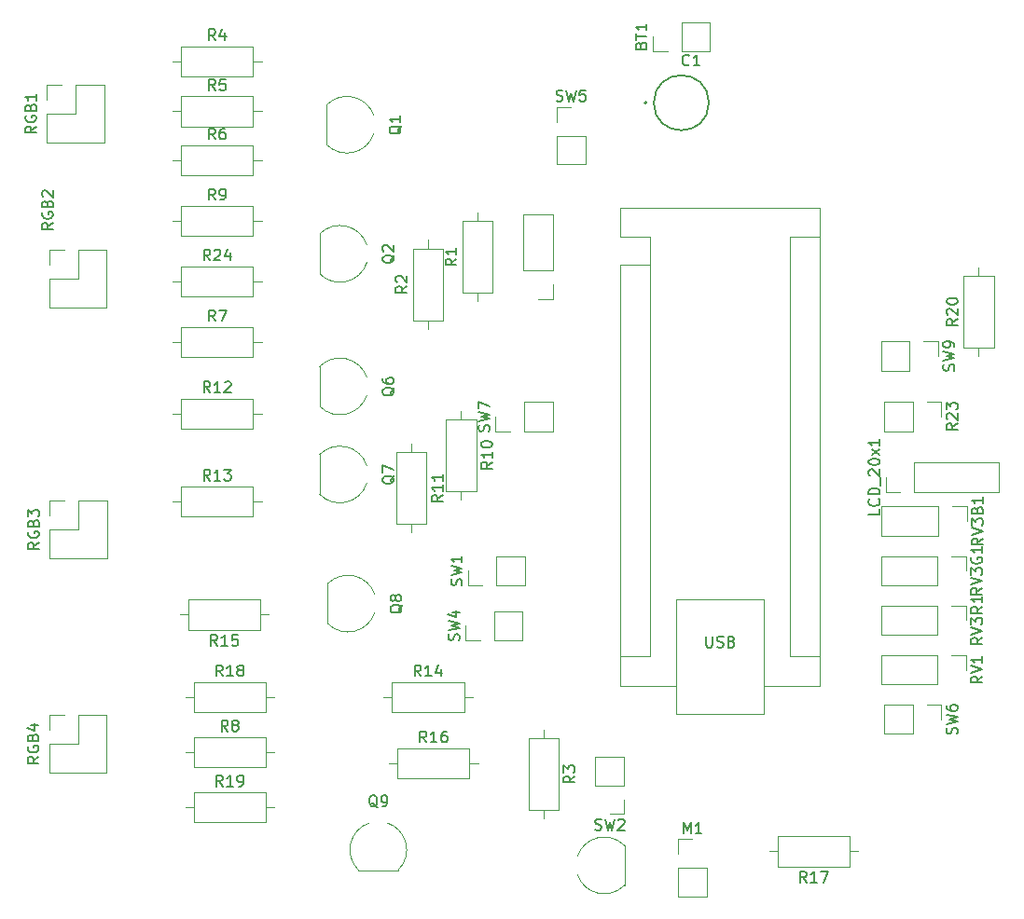
<source format=gbr>
%TF.GenerationSoftware,KiCad,Pcbnew,8.0.6*%
%TF.CreationDate,2024-11-23T20:57:53+01:00*%
%TF.ProjectId,smart home,736d6172-7420-4686-9f6d-652e6b696361,rev?*%
%TF.SameCoordinates,Original*%
%TF.FileFunction,Legend,Top*%
%TF.FilePolarity,Positive*%
%FSLAX46Y46*%
G04 Gerber Fmt 4.6, Leading zero omitted, Abs format (unit mm)*
G04 Created by KiCad (PCBNEW 8.0.6) date 2024-11-23 20:57:53*
%MOMM*%
%LPD*%
G01*
G04 APERTURE LIST*
%ADD10C,0.150000*%
%ADD11C,0.120000*%
%ADD12C,0.200000*%
%ADD13C,0.127000*%
G04 APERTURE END LIST*
D10*
X43193333Y-44314819D02*
X42860000Y-43838628D01*
X42621905Y-44314819D02*
X42621905Y-43314819D01*
X42621905Y-43314819D02*
X43002857Y-43314819D01*
X43002857Y-43314819D02*
X43098095Y-43362438D01*
X43098095Y-43362438D02*
X43145714Y-43410057D01*
X43145714Y-43410057D02*
X43193333Y-43505295D01*
X43193333Y-43505295D02*
X43193333Y-43648152D01*
X43193333Y-43648152D02*
X43145714Y-43743390D01*
X43145714Y-43743390D02*
X43098095Y-43791009D01*
X43098095Y-43791009D02*
X43002857Y-43838628D01*
X43002857Y-43838628D02*
X42621905Y-43838628D01*
X43669524Y-44314819D02*
X43860000Y-44314819D01*
X43860000Y-44314819D02*
X43955238Y-44267200D01*
X43955238Y-44267200D02*
X44002857Y-44219580D01*
X44002857Y-44219580D02*
X44098095Y-44076723D01*
X44098095Y-44076723D02*
X44145714Y-43886247D01*
X44145714Y-43886247D02*
X44145714Y-43505295D01*
X44145714Y-43505295D02*
X44098095Y-43410057D01*
X44098095Y-43410057D02*
X44050476Y-43362438D01*
X44050476Y-43362438D02*
X43955238Y-43314819D01*
X43955238Y-43314819D02*
X43764762Y-43314819D01*
X43764762Y-43314819D02*
X43669524Y-43362438D01*
X43669524Y-43362438D02*
X43621905Y-43410057D01*
X43621905Y-43410057D02*
X43574286Y-43505295D01*
X43574286Y-43505295D02*
X43574286Y-43743390D01*
X43574286Y-43743390D02*
X43621905Y-43838628D01*
X43621905Y-43838628D02*
X43669524Y-43886247D01*
X43669524Y-43886247D02*
X43764762Y-43933866D01*
X43764762Y-43933866D02*
X43955238Y-43933866D01*
X43955238Y-43933866D02*
X44050476Y-43886247D01*
X44050476Y-43886247D02*
X44098095Y-43838628D01*
X44098095Y-43838628D02*
X44145714Y-43743390D01*
X26934819Y-37646666D02*
X26458628Y-37979999D01*
X26934819Y-38218094D02*
X25934819Y-38218094D01*
X25934819Y-38218094D02*
X25934819Y-37837142D01*
X25934819Y-37837142D02*
X25982438Y-37741904D01*
X25982438Y-37741904D02*
X26030057Y-37694285D01*
X26030057Y-37694285D02*
X26125295Y-37646666D01*
X26125295Y-37646666D02*
X26268152Y-37646666D01*
X26268152Y-37646666D02*
X26363390Y-37694285D01*
X26363390Y-37694285D02*
X26411009Y-37741904D01*
X26411009Y-37741904D02*
X26458628Y-37837142D01*
X26458628Y-37837142D02*
X26458628Y-38218094D01*
X25982438Y-36694285D02*
X25934819Y-36789523D01*
X25934819Y-36789523D02*
X25934819Y-36932380D01*
X25934819Y-36932380D02*
X25982438Y-37075237D01*
X25982438Y-37075237D02*
X26077676Y-37170475D01*
X26077676Y-37170475D02*
X26172914Y-37218094D01*
X26172914Y-37218094D02*
X26363390Y-37265713D01*
X26363390Y-37265713D02*
X26506247Y-37265713D01*
X26506247Y-37265713D02*
X26696723Y-37218094D01*
X26696723Y-37218094D02*
X26791961Y-37170475D01*
X26791961Y-37170475D02*
X26887200Y-37075237D01*
X26887200Y-37075237D02*
X26934819Y-36932380D01*
X26934819Y-36932380D02*
X26934819Y-36837142D01*
X26934819Y-36837142D02*
X26887200Y-36694285D01*
X26887200Y-36694285D02*
X26839580Y-36646666D01*
X26839580Y-36646666D02*
X26506247Y-36646666D01*
X26506247Y-36646666D02*
X26506247Y-36837142D01*
X26411009Y-35884761D02*
X26458628Y-35741904D01*
X26458628Y-35741904D02*
X26506247Y-35694285D01*
X26506247Y-35694285D02*
X26601485Y-35646666D01*
X26601485Y-35646666D02*
X26744342Y-35646666D01*
X26744342Y-35646666D02*
X26839580Y-35694285D01*
X26839580Y-35694285D02*
X26887200Y-35741904D01*
X26887200Y-35741904D02*
X26934819Y-35837142D01*
X26934819Y-35837142D02*
X26934819Y-36218094D01*
X26934819Y-36218094D02*
X25934819Y-36218094D01*
X25934819Y-36218094D02*
X25934819Y-35884761D01*
X25934819Y-35884761D02*
X25982438Y-35789523D01*
X25982438Y-35789523D02*
X26030057Y-35741904D01*
X26030057Y-35741904D02*
X26125295Y-35694285D01*
X26125295Y-35694285D02*
X26220533Y-35694285D01*
X26220533Y-35694285D02*
X26315771Y-35741904D01*
X26315771Y-35741904D02*
X26363390Y-35789523D01*
X26363390Y-35789523D02*
X26411009Y-35884761D01*
X26411009Y-35884761D02*
X26411009Y-36218094D01*
X26934819Y-34694285D02*
X26934819Y-35265713D01*
X26934819Y-34979999D02*
X25934819Y-34979999D01*
X25934819Y-34979999D02*
X26077676Y-35075237D01*
X26077676Y-35075237D02*
X26172914Y-35170475D01*
X26172914Y-35170475D02*
X26220533Y-35265713D01*
X43193333Y-55314819D02*
X42860000Y-54838628D01*
X42621905Y-55314819D02*
X42621905Y-54314819D01*
X42621905Y-54314819D02*
X43002857Y-54314819D01*
X43002857Y-54314819D02*
X43098095Y-54362438D01*
X43098095Y-54362438D02*
X43145714Y-54410057D01*
X43145714Y-54410057D02*
X43193333Y-54505295D01*
X43193333Y-54505295D02*
X43193333Y-54648152D01*
X43193333Y-54648152D02*
X43145714Y-54743390D01*
X43145714Y-54743390D02*
X43098095Y-54791009D01*
X43098095Y-54791009D02*
X43002857Y-54838628D01*
X43002857Y-54838628D02*
X42621905Y-54838628D01*
X43526667Y-54314819D02*
X44193333Y-54314819D01*
X44193333Y-54314819D02*
X43764762Y-55314819D01*
X27144819Y-94896666D02*
X26668628Y-95229999D01*
X27144819Y-95468094D02*
X26144819Y-95468094D01*
X26144819Y-95468094D02*
X26144819Y-95087142D01*
X26144819Y-95087142D02*
X26192438Y-94991904D01*
X26192438Y-94991904D02*
X26240057Y-94944285D01*
X26240057Y-94944285D02*
X26335295Y-94896666D01*
X26335295Y-94896666D02*
X26478152Y-94896666D01*
X26478152Y-94896666D02*
X26573390Y-94944285D01*
X26573390Y-94944285D02*
X26621009Y-94991904D01*
X26621009Y-94991904D02*
X26668628Y-95087142D01*
X26668628Y-95087142D02*
X26668628Y-95468094D01*
X26192438Y-93944285D02*
X26144819Y-94039523D01*
X26144819Y-94039523D02*
X26144819Y-94182380D01*
X26144819Y-94182380D02*
X26192438Y-94325237D01*
X26192438Y-94325237D02*
X26287676Y-94420475D01*
X26287676Y-94420475D02*
X26382914Y-94468094D01*
X26382914Y-94468094D02*
X26573390Y-94515713D01*
X26573390Y-94515713D02*
X26716247Y-94515713D01*
X26716247Y-94515713D02*
X26906723Y-94468094D01*
X26906723Y-94468094D02*
X27001961Y-94420475D01*
X27001961Y-94420475D02*
X27097200Y-94325237D01*
X27097200Y-94325237D02*
X27144819Y-94182380D01*
X27144819Y-94182380D02*
X27144819Y-94087142D01*
X27144819Y-94087142D02*
X27097200Y-93944285D01*
X27097200Y-93944285D02*
X27049580Y-93896666D01*
X27049580Y-93896666D02*
X26716247Y-93896666D01*
X26716247Y-93896666D02*
X26716247Y-94087142D01*
X26621009Y-93134761D02*
X26668628Y-92991904D01*
X26668628Y-92991904D02*
X26716247Y-92944285D01*
X26716247Y-92944285D02*
X26811485Y-92896666D01*
X26811485Y-92896666D02*
X26954342Y-92896666D01*
X26954342Y-92896666D02*
X27049580Y-92944285D01*
X27049580Y-92944285D02*
X27097200Y-92991904D01*
X27097200Y-92991904D02*
X27144819Y-93087142D01*
X27144819Y-93087142D02*
X27144819Y-93468094D01*
X27144819Y-93468094D02*
X26144819Y-93468094D01*
X26144819Y-93468094D02*
X26144819Y-93134761D01*
X26144819Y-93134761D02*
X26192438Y-93039523D01*
X26192438Y-93039523D02*
X26240057Y-92991904D01*
X26240057Y-92991904D02*
X26335295Y-92944285D01*
X26335295Y-92944285D02*
X26430533Y-92944285D01*
X26430533Y-92944285D02*
X26525771Y-92991904D01*
X26525771Y-92991904D02*
X26573390Y-93039523D01*
X26573390Y-93039523D02*
X26621009Y-93134761D01*
X26621009Y-93134761D02*
X26621009Y-93468094D01*
X26478152Y-92039523D02*
X27144819Y-92039523D01*
X26097200Y-92277618D02*
X26811485Y-92515713D01*
X26811485Y-92515713D02*
X26811485Y-91896666D01*
X110512200Y-92833332D02*
X110559819Y-92690475D01*
X110559819Y-92690475D02*
X110559819Y-92452380D01*
X110559819Y-92452380D02*
X110512200Y-92357142D01*
X110512200Y-92357142D02*
X110464580Y-92309523D01*
X110464580Y-92309523D02*
X110369342Y-92261904D01*
X110369342Y-92261904D02*
X110274104Y-92261904D01*
X110274104Y-92261904D02*
X110178866Y-92309523D01*
X110178866Y-92309523D02*
X110131247Y-92357142D01*
X110131247Y-92357142D02*
X110083628Y-92452380D01*
X110083628Y-92452380D02*
X110036009Y-92642856D01*
X110036009Y-92642856D02*
X109988390Y-92738094D01*
X109988390Y-92738094D02*
X109940771Y-92785713D01*
X109940771Y-92785713D02*
X109845533Y-92833332D01*
X109845533Y-92833332D02*
X109750295Y-92833332D01*
X109750295Y-92833332D02*
X109655057Y-92785713D01*
X109655057Y-92785713D02*
X109607438Y-92738094D01*
X109607438Y-92738094D02*
X109559819Y-92642856D01*
X109559819Y-92642856D02*
X109559819Y-92404761D01*
X109559819Y-92404761D02*
X109607438Y-92261904D01*
X109559819Y-91928570D02*
X110559819Y-91690475D01*
X110559819Y-91690475D02*
X109845533Y-91499999D01*
X109845533Y-91499999D02*
X110559819Y-91309523D01*
X110559819Y-91309523D02*
X109559819Y-91071428D01*
X109559819Y-90261904D02*
X109559819Y-90452380D01*
X109559819Y-90452380D02*
X109607438Y-90547618D01*
X109607438Y-90547618D02*
X109655057Y-90595237D01*
X109655057Y-90595237D02*
X109797914Y-90690475D01*
X109797914Y-90690475D02*
X109988390Y-90738094D01*
X109988390Y-90738094D02*
X110369342Y-90738094D01*
X110369342Y-90738094D02*
X110464580Y-90690475D01*
X110464580Y-90690475D02*
X110512200Y-90642856D01*
X110512200Y-90642856D02*
X110559819Y-90547618D01*
X110559819Y-90547618D02*
X110559819Y-90357142D01*
X110559819Y-90357142D02*
X110512200Y-90261904D01*
X110512200Y-90261904D02*
X110464580Y-90214285D01*
X110464580Y-90214285D02*
X110369342Y-90166666D01*
X110369342Y-90166666D02*
X110131247Y-90166666D01*
X110131247Y-90166666D02*
X110036009Y-90214285D01*
X110036009Y-90214285D02*
X109988390Y-90261904D01*
X109988390Y-90261904D02*
X109940771Y-90357142D01*
X109940771Y-90357142D02*
X109940771Y-90547618D01*
X109940771Y-90547618D02*
X109988390Y-90642856D01*
X109988390Y-90642856D02*
X110036009Y-90690475D01*
X110036009Y-90690475D02*
X110131247Y-90738094D01*
X85690476Y-101849819D02*
X85690476Y-100849819D01*
X85690476Y-100849819D02*
X86023809Y-101564104D01*
X86023809Y-101564104D02*
X86357142Y-100849819D01*
X86357142Y-100849819D02*
X86357142Y-101849819D01*
X87357142Y-101849819D02*
X86785714Y-101849819D01*
X87071428Y-101849819D02*
X87071428Y-100849819D01*
X87071428Y-100849819D02*
X86976190Y-100992676D01*
X86976190Y-100992676D02*
X86880952Y-101087914D01*
X86880952Y-101087914D02*
X86785714Y-101135533D01*
X110584819Y-55142857D02*
X110108628Y-55476190D01*
X110584819Y-55714285D02*
X109584819Y-55714285D01*
X109584819Y-55714285D02*
X109584819Y-55333333D01*
X109584819Y-55333333D02*
X109632438Y-55238095D01*
X109632438Y-55238095D02*
X109680057Y-55190476D01*
X109680057Y-55190476D02*
X109775295Y-55142857D01*
X109775295Y-55142857D02*
X109918152Y-55142857D01*
X109918152Y-55142857D02*
X110013390Y-55190476D01*
X110013390Y-55190476D02*
X110061009Y-55238095D01*
X110061009Y-55238095D02*
X110108628Y-55333333D01*
X110108628Y-55333333D02*
X110108628Y-55714285D01*
X109680057Y-54761904D02*
X109632438Y-54714285D01*
X109632438Y-54714285D02*
X109584819Y-54619047D01*
X109584819Y-54619047D02*
X109584819Y-54380952D01*
X109584819Y-54380952D02*
X109632438Y-54285714D01*
X109632438Y-54285714D02*
X109680057Y-54238095D01*
X109680057Y-54238095D02*
X109775295Y-54190476D01*
X109775295Y-54190476D02*
X109870533Y-54190476D01*
X109870533Y-54190476D02*
X110013390Y-54238095D01*
X110013390Y-54238095D02*
X110584819Y-54809523D01*
X110584819Y-54809523D02*
X110584819Y-54190476D01*
X109584819Y-53571428D02*
X109584819Y-53476190D01*
X109584819Y-53476190D02*
X109632438Y-53380952D01*
X109632438Y-53380952D02*
X109680057Y-53333333D01*
X109680057Y-53333333D02*
X109775295Y-53285714D01*
X109775295Y-53285714D02*
X109965771Y-53238095D01*
X109965771Y-53238095D02*
X110203866Y-53238095D01*
X110203866Y-53238095D02*
X110394342Y-53285714D01*
X110394342Y-53285714D02*
X110489580Y-53333333D01*
X110489580Y-53333333D02*
X110537200Y-53380952D01*
X110537200Y-53380952D02*
X110584819Y-53476190D01*
X110584819Y-53476190D02*
X110584819Y-53571428D01*
X110584819Y-53571428D02*
X110537200Y-53666666D01*
X110537200Y-53666666D02*
X110489580Y-53714285D01*
X110489580Y-53714285D02*
X110394342Y-53761904D01*
X110394342Y-53761904D02*
X110203866Y-53809523D01*
X110203866Y-53809523D02*
X109965771Y-53809523D01*
X109965771Y-53809523D02*
X109775295Y-53761904D01*
X109775295Y-53761904D02*
X109680057Y-53714285D01*
X109680057Y-53714285D02*
X109632438Y-53666666D01*
X109632438Y-53666666D02*
X109584819Y-53571428D01*
X81826009Y-30285714D02*
X81873628Y-30142857D01*
X81873628Y-30142857D02*
X81921247Y-30095238D01*
X81921247Y-30095238D02*
X82016485Y-30047619D01*
X82016485Y-30047619D02*
X82159342Y-30047619D01*
X82159342Y-30047619D02*
X82254580Y-30095238D01*
X82254580Y-30095238D02*
X82302200Y-30142857D01*
X82302200Y-30142857D02*
X82349819Y-30238095D01*
X82349819Y-30238095D02*
X82349819Y-30619047D01*
X82349819Y-30619047D02*
X81349819Y-30619047D01*
X81349819Y-30619047D02*
X81349819Y-30285714D01*
X81349819Y-30285714D02*
X81397438Y-30190476D01*
X81397438Y-30190476D02*
X81445057Y-30142857D01*
X81445057Y-30142857D02*
X81540295Y-30095238D01*
X81540295Y-30095238D02*
X81635533Y-30095238D01*
X81635533Y-30095238D02*
X81730771Y-30142857D01*
X81730771Y-30142857D02*
X81778390Y-30190476D01*
X81778390Y-30190476D02*
X81826009Y-30285714D01*
X81826009Y-30285714D02*
X81826009Y-30619047D01*
X81349819Y-29761904D02*
X81349819Y-29190476D01*
X82349819Y-29476190D02*
X81349819Y-29476190D01*
X82349819Y-28333333D02*
X82349819Y-28904761D01*
X82349819Y-28619047D02*
X81349819Y-28619047D01*
X81349819Y-28619047D02*
X81492676Y-28714285D01*
X81492676Y-28714285D02*
X81587914Y-28809523D01*
X81587914Y-28809523D02*
X81635533Y-28904761D01*
X43193333Y-38814819D02*
X42860000Y-38338628D01*
X42621905Y-38814819D02*
X42621905Y-37814819D01*
X42621905Y-37814819D02*
X43002857Y-37814819D01*
X43002857Y-37814819D02*
X43098095Y-37862438D01*
X43098095Y-37862438D02*
X43145714Y-37910057D01*
X43145714Y-37910057D02*
X43193333Y-38005295D01*
X43193333Y-38005295D02*
X43193333Y-38148152D01*
X43193333Y-38148152D02*
X43145714Y-38243390D01*
X43145714Y-38243390D02*
X43098095Y-38291009D01*
X43098095Y-38291009D02*
X43002857Y-38338628D01*
X43002857Y-38338628D02*
X42621905Y-38338628D01*
X44050476Y-37814819D02*
X43860000Y-37814819D01*
X43860000Y-37814819D02*
X43764762Y-37862438D01*
X43764762Y-37862438D02*
X43717143Y-37910057D01*
X43717143Y-37910057D02*
X43621905Y-38052914D01*
X43621905Y-38052914D02*
X43574286Y-38243390D01*
X43574286Y-38243390D02*
X43574286Y-38624342D01*
X43574286Y-38624342D02*
X43621905Y-38719580D01*
X43621905Y-38719580D02*
X43669524Y-38767200D01*
X43669524Y-38767200D02*
X43764762Y-38814819D01*
X43764762Y-38814819D02*
X43955238Y-38814819D01*
X43955238Y-38814819D02*
X44050476Y-38767200D01*
X44050476Y-38767200D02*
X44098095Y-38719580D01*
X44098095Y-38719580D02*
X44145714Y-38624342D01*
X44145714Y-38624342D02*
X44145714Y-38386247D01*
X44145714Y-38386247D02*
X44098095Y-38291009D01*
X44098095Y-38291009D02*
X44050476Y-38243390D01*
X44050476Y-38243390D02*
X43955238Y-38195771D01*
X43955238Y-38195771D02*
X43764762Y-38195771D01*
X43764762Y-38195771D02*
X43669524Y-38243390D01*
X43669524Y-38243390D02*
X43621905Y-38291009D01*
X43621905Y-38291009D02*
X43574286Y-38386247D01*
X42717142Y-49814819D02*
X42383809Y-49338628D01*
X42145714Y-49814819D02*
X42145714Y-48814819D01*
X42145714Y-48814819D02*
X42526666Y-48814819D01*
X42526666Y-48814819D02*
X42621904Y-48862438D01*
X42621904Y-48862438D02*
X42669523Y-48910057D01*
X42669523Y-48910057D02*
X42717142Y-49005295D01*
X42717142Y-49005295D02*
X42717142Y-49148152D01*
X42717142Y-49148152D02*
X42669523Y-49243390D01*
X42669523Y-49243390D02*
X42621904Y-49291009D01*
X42621904Y-49291009D02*
X42526666Y-49338628D01*
X42526666Y-49338628D02*
X42145714Y-49338628D01*
X43098095Y-48910057D02*
X43145714Y-48862438D01*
X43145714Y-48862438D02*
X43240952Y-48814819D01*
X43240952Y-48814819D02*
X43479047Y-48814819D01*
X43479047Y-48814819D02*
X43574285Y-48862438D01*
X43574285Y-48862438D02*
X43621904Y-48910057D01*
X43621904Y-48910057D02*
X43669523Y-49005295D01*
X43669523Y-49005295D02*
X43669523Y-49100533D01*
X43669523Y-49100533D02*
X43621904Y-49243390D01*
X43621904Y-49243390D02*
X43050476Y-49814819D01*
X43050476Y-49814819D02*
X43669523Y-49814819D01*
X44526666Y-49148152D02*
X44526666Y-49814819D01*
X44288571Y-48767200D02*
X44050476Y-49481485D01*
X44050476Y-49481485D02*
X44669523Y-49481485D01*
X112864819Y-75071428D02*
X112388628Y-75404761D01*
X112864819Y-75642856D02*
X111864819Y-75642856D01*
X111864819Y-75642856D02*
X111864819Y-75261904D01*
X111864819Y-75261904D02*
X111912438Y-75166666D01*
X111912438Y-75166666D02*
X111960057Y-75119047D01*
X111960057Y-75119047D02*
X112055295Y-75071428D01*
X112055295Y-75071428D02*
X112198152Y-75071428D01*
X112198152Y-75071428D02*
X112293390Y-75119047D01*
X112293390Y-75119047D02*
X112341009Y-75166666D01*
X112341009Y-75166666D02*
X112388628Y-75261904D01*
X112388628Y-75261904D02*
X112388628Y-75642856D01*
X111864819Y-74785713D02*
X112864819Y-74452380D01*
X112864819Y-74452380D02*
X111864819Y-74119047D01*
X111864819Y-73880951D02*
X111864819Y-73261904D01*
X111864819Y-73261904D02*
X112245771Y-73595237D01*
X112245771Y-73595237D02*
X112245771Y-73452380D01*
X112245771Y-73452380D02*
X112293390Y-73357142D01*
X112293390Y-73357142D02*
X112341009Y-73309523D01*
X112341009Y-73309523D02*
X112436247Y-73261904D01*
X112436247Y-73261904D02*
X112674342Y-73261904D01*
X112674342Y-73261904D02*
X112769580Y-73309523D01*
X112769580Y-73309523D02*
X112817200Y-73357142D01*
X112817200Y-73357142D02*
X112864819Y-73452380D01*
X112864819Y-73452380D02*
X112864819Y-73738094D01*
X112864819Y-73738094D02*
X112817200Y-73833332D01*
X112817200Y-73833332D02*
X112769580Y-73880951D01*
X112341009Y-72499999D02*
X112388628Y-72357142D01*
X112388628Y-72357142D02*
X112436247Y-72309523D01*
X112436247Y-72309523D02*
X112531485Y-72261904D01*
X112531485Y-72261904D02*
X112674342Y-72261904D01*
X112674342Y-72261904D02*
X112769580Y-72309523D01*
X112769580Y-72309523D02*
X112817200Y-72357142D01*
X112817200Y-72357142D02*
X112864819Y-72452380D01*
X112864819Y-72452380D02*
X112864819Y-72833332D01*
X112864819Y-72833332D02*
X111864819Y-72833332D01*
X111864819Y-72833332D02*
X111864819Y-72499999D01*
X111864819Y-72499999D02*
X111912438Y-72404761D01*
X111912438Y-72404761D02*
X111960057Y-72357142D01*
X111960057Y-72357142D02*
X112055295Y-72309523D01*
X112055295Y-72309523D02*
X112150533Y-72309523D01*
X112150533Y-72309523D02*
X112245771Y-72357142D01*
X112245771Y-72357142D02*
X112293390Y-72404761D01*
X112293390Y-72404761D02*
X112341009Y-72499999D01*
X112341009Y-72499999D02*
X112341009Y-72833332D01*
X112864819Y-71309523D02*
X112864819Y-71880951D01*
X112864819Y-71595237D02*
X111864819Y-71595237D01*
X111864819Y-71595237D02*
X112007676Y-71690475D01*
X112007676Y-71690475D02*
X112102914Y-71785713D01*
X112102914Y-71785713D02*
X112150533Y-71880951D01*
X57904761Y-99510057D02*
X57809523Y-99462438D01*
X57809523Y-99462438D02*
X57714285Y-99367200D01*
X57714285Y-99367200D02*
X57571428Y-99224342D01*
X57571428Y-99224342D02*
X57476190Y-99176723D01*
X57476190Y-99176723D02*
X57380952Y-99176723D01*
X57428571Y-99414819D02*
X57333333Y-99367200D01*
X57333333Y-99367200D02*
X57238095Y-99271961D01*
X57238095Y-99271961D02*
X57190476Y-99081485D01*
X57190476Y-99081485D02*
X57190476Y-98748152D01*
X57190476Y-98748152D02*
X57238095Y-98557676D01*
X57238095Y-98557676D02*
X57333333Y-98462438D01*
X57333333Y-98462438D02*
X57428571Y-98414819D01*
X57428571Y-98414819D02*
X57619047Y-98414819D01*
X57619047Y-98414819D02*
X57714285Y-98462438D01*
X57714285Y-98462438D02*
X57809523Y-98557676D01*
X57809523Y-98557676D02*
X57857142Y-98748152D01*
X57857142Y-98748152D02*
X57857142Y-99081485D01*
X57857142Y-99081485D02*
X57809523Y-99271961D01*
X57809523Y-99271961D02*
X57714285Y-99367200D01*
X57714285Y-99367200D02*
X57619047Y-99414819D01*
X57619047Y-99414819D02*
X57428571Y-99414819D01*
X58333333Y-99414819D02*
X58523809Y-99414819D01*
X58523809Y-99414819D02*
X58619047Y-99367200D01*
X58619047Y-99367200D02*
X58666666Y-99319580D01*
X58666666Y-99319580D02*
X58761904Y-99176723D01*
X58761904Y-99176723D02*
X58809523Y-98986247D01*
X58809523Y-98986247D02*
X58809523Y-98605295D01*
X58809523Y-98605295D02*
X58761904Y-98510057D01*
X58761904Y-98510057D02*
X58714285Y-98462438D01*
X58714285Y-98462438D02*
X58619047Y-98414819D01*
X58619047Y-98414819D02*
X58428571Y-98414819D01*
X58428571Y-98414819D02*
X58333333Y-98462438D01*
X58333333Y-98462438D02*
X58285714Y-98510057D01*
X58285714Y-98510057D02*
X58238095Y-98605295D01*
X58238095Y-98605295D02*
X58238095Y-98843390D01*
X58238095Y-98843390D02*
X58285714Y-98938628D01*
X58285714Y-98938628D02*
X58333333Y-98986247D01*
X58333333Y-98986247D02*
X58428571Y-99033866D01*
X58428571Y-99033866D02*
X58619047Y-99033866D01*
X58619047Y-99033866D02*
X58714285Y-98986247D01*
X58714285Y-98986247D02*
X58761904Y-98938628D01*
X58761904Y-98938628D02*
X58809523Y-98843390D01*
X103504819Y-72404762D02*
X103504819Y-72880952D01*
X103504819Y-72880952D02*
X102504819Y-72880952D01*
X103409580Y-71500000D02*
X103457200Y-71547619D01*
X103457200Y-71547619D02*
X103504819Y-71690476D01*
X103504819Y-71690476D02*
X103504819Y-71785714D01*
X103504819Y-71785714D02*
X103457200Y-71928571D01*
X103457200Y-71928571D02*
X103361961Y-72023809D01*
X103361961Y-72023809D02*
X103266723Y-72071428D01*
X103266723Y-72071428D02*
X103076247Y-72119047D01*
X103076247Y-72119047D02*
X102933390Y-72119047D01*
X102933390Y-72119047D02*
X102742914Y-72071428D01*
X102742914Y-72071428D02*
X102647676Y-72023809D01*
X102647676Y-72023809D02*
X102552438Y-71928571D01*
X102552438Y-71928571D02*
X102504819Y-71785714D01*
X102504819Y-71785714D02*
X102504819Y-71690476D01*
X102504819Y-71690476D02*
X102552438Y-71547619D01*
X102552438Y-71547619D02*
X102600057Y-71500000D01*
X103504819Y-71071428D02*
X102504819Y-71071428D01*
X102504819Y-71071428D02*
X102504819Y-70833333D01*
X102504819Y-70833333D02*
X102552438Y-70690476D01*
X102552438Y-70690476D02*
X102647676Y-70595238D01*
X102647676Y-70595238D02*
X102742914Y-70547619D01*
X102742914Y-70547619D02*
X102933390Y-70500000D01*
X102933390Y-70500000D02*
X103076247Y-70500000D01*
X103076247Y-70500000D02*
X103266723Y-70547619D01*
X103266723Y-70547619D02*
X103361961Y-70595238D01*
X103361961Y-70595238D02*
X103457200Y-70690476D01*
X103457200Y-70690476D02*
X103504819Y-70833333D01*
X103504819Y-70833333D02*
X103504819Y-71071428D01*
X103600057Y-70309524D02*
X103600057Y-69547619D01*
X102600057Y-69357142D02*
X102552438Y-69309523D01*
X102552438Y-69309523D02*
X102504819Y-69214285D01*
X102504819Y-69214285D02*
X102504819Y-68976190D01*
X102504819Y-68976190D02*
X102552438Y-68880952D01*
X102552438Y-68880952D02*
X102600057Y-68833333D01*
X102600057Y-68833333D02*
X102695295Y-68785714D01*
X102695295Y-68785714D02*
X102790533Y-68785714D01*
X102790533Y-68785714D02*
X102933390Y-68833333D01*
X102933390Y-68833333D02*
X103504819Y-69404761D01*
X103504819Y-69404761D02*
X103504819Y-68785714D01*
X102504819Y-68166666D02*
X102504819Y-68071428D01*
X102504819Y-68071428D02*
X102552438Y-67976190D01*
X102552438Y-67976190D02*
X102600057Y-67928571D01*
X102600057Y-67928571D02*
X102695295Y-67880952D01*
X102695295Y-67880952D02*
X102885771Y-67833333D01*
X102885771Y-67833333D02*
X103123866Y-67833333D01*
X103123866Y-67833333D02*
X103314342Y-67880952D01*
X103314342Y-67880952D02*
X103409580Y-67928571D01*
X103409580Y-67928571D02*
X103457200Y-67976190D01*
X103457200Y-67976190D02*
X103504819Y-68071428D01*
X103504819Y-68071428D02*
X103504819Y-68166666D01*
X103504819Y-68166666D02*
X103457200Y-68261904D01*
X103457200Y-68261904D02*
X103409580Y-68309523D01*
X103409580Y-68309523D02*
X103314342Y-68357142D01*
X103314342Y-68357142D02*
X103123866Y-68404761D01*
X103123866Y-68404761D02*
X102885771Y-68404761D01*
X102885771Y-68404761D02*
X102695295Y-68357142D01*
X102695295Y-68357142D02*
X102600057Y-68309523D01*
X102600057Y-68309523D02*
X102552438Y-68261904D01*
X102552438Y-68261904D02*
X102504819Y-68166666D01*
X103504819Y-67499999D02*
X102838152Y-66976190D01*
X102838152Y-67499999D02*
X103504819Y-66976190D01*
X103504819Y-66071428D02*
X103504819Y-66642856D01*
X103504819Y-66357142D02*
X102504819Y-66357142D01*
X102504819Y-66357142D02*
X102647676Y-66452380D01*
X102647676Y-66452380D02*
X102742914Y-66547618D01*
X102742914Y-66547618D02*
X102790533Y-66642856D01*
X65302200Y-84333332D02*
X65349819Y-84190475D01*
X65349819Y-84190475D02*
X65349819Y-83952380D01*
X65349819Y-83952380D02*
X65302200Y-83857142D01*
X65302200Y-83857142D02*
X65254580Y-83809523D01*
X65254580Y-83809523D02*
X65159342Y-83761904D01*
X65159342Y-83761904D02*
X65064104Y-83761904D01*
X65064104Y-83761904D02*
X64968866Y-83809523D01*
X64968866Y-83809523D02*
X64921247Y-83857142D01*
X64921247Y-83857142D02*
X64873628Y-83952380D01*
X64873628Y-83952380D02*
X64826009Y-84142856D01*
X64826009Y-84142856D02*
X64778390Y-84238094D01*
X64778390Y-84238094D02*
X64730771Y-84285713D01*
X64730771Y-84285713D02*
X64635533Y-84333332D01*
X64635533Y-84333332D02*
X64540295Y-84333332D01*
X64540295Y-84333332D02*
X64445057Y-84285713D01*
X64445057Y-84285713D02*
X64397438Y-84238094D01*
X64397438Y-84238094D02*
X64349819Y-84142856D01*
X64349819Y-84142856D02*
X64349819Y-83904761D01*
X64349819Y-83904761D02*
X64397438Y-83761904D01*
X64349819Y-83428570D02*
X65349819Y-83190475D01*
X65349819Y-83190475D02*
X64635533Y-82999999D01*
X64635533Y-82999999D02*
X65349819Y-82809523D01*
X65349819Y-82809523D02*
X64349819Y-82571428D01*
X64683152Y-81761904D02*
X65349819Y-81761904D01*
X64302200Y-81999999D02*
X65016485Y-82238094D01*
X65016485Y-82238094D02*
X65016485Y-81619047D01*
X65537200Y-79333332D02*
X65584819Y-79190475D01*
X65584819Y-79190475D02*
X65584819Y-78952380D01*
X65584819Y-78952380D02*
X65537200Y-78857142D01*
X65537200Y-78857142D02*
X65489580Y-78809523D01*
X65489580Y-78809523D02*
X65394342Y-78761904D01*
X65394342Y-78761904D02*
X65299104Y-78761904D01*
X65299104Y-78761904D02*
X65203866Y-78809523D01*
X65203866Y-78809523D02*
X65156247Y-78857142D01*
X65156247Y-78857142D02*
X65108628Y-78952380D01*
X65108628Y-78952380D02*
X65061009Y-79142856D01*
X65061009Y-79142856D02*
X65013390Y-79238094D01*
X65013390Y-79238094D02*
X64965771Y-79285713D01*
X64965771Y-79285713D02*
X64870533Y-79333332D01*
X64870533Y-79333332D02*
X64775295Y-79333332D01*
X64775295Y-79333332D02*
X64680057Y-79285713D01*
X64680057Y-79285713D02*
X64632438Y-79238094D01*
X64632438Y-79238094D02*
X64584819Y-79142856D01*
X64584819Y-79142856D02*
X64584819Y-78904761D01*
X64584819Y-78904761D02*
X64632438Y-78761904D01*
X64584819Y-78428570D02*
X65584819Y-78190475D01*
X65584819Y-78190475D02*
X64870533Y-77999999D01*
X64870533Y-77999999D02*
X65584819Y-77809523D01*
X65584819Y-77809523D02*
X64584819Y-77571428D01*
X65584819Y-76666666D02*
X65584819Y-77238094D01*
X65584819Y-76952380D02*
X64584819Y-76952380D01*
X64584819Y-76952380D02*
X64727676Y-77047618D01*
X64727676Y-77047618D02*
X64822914Y-77142856D01*
X64822914Y-77142856D02*
X64870533Y-77238094D01*
X59450057Y-61365238D02*
X59402438Y-61460476D01*
X59402438Y-61460476D02*
X59307200Y-61555714D01*
X59307200Y-61555714D02*
X59164342Y-61698571D01*
X59164342Y-61698571D02*
X59116723Y-61793809D01*
X59116723Y-61793809D02*
X59116723Y-61889047D01*
X59354819Y-61841428D02*
X59307200Y-61936666D01*
X59307200Y-61936666D02*
X59211961Y-62031904D01*
X59211961Y-62031904D02*
X59021485Y-62079523D01*
X59021485Y-62079523D02*
X58688152Y-62079523D01*
X58688152Y-62079523D02*
X58497676Y-62031904D01*
X58497676Y-62031904D02*
X58402438Y-61936666D01*
X58402438Y-61936666D02*
X58354819Y-61841428D01*
X58354819Y-61841428D02*
X58354819Y-61650952D01*
X58354819Y-61650952D02*
X58402438Y-61555714D01*
X58402438Y-61555714D02*
X58497676Y-61460476D01*
X58497676Y-61460476D02*
X58688152Y-61412857D01*
X58688152Y-61412857D02*
X59021485Y-61412857D01*
X59021485Y-61412857D02*
X59211961Y-61460476D01*
X59211961Y-61460476D02*
X59307200Y-61555714D01*
X59307200Y-61555714D02*
X59354819Y-61650952D01*
X59354819Y-61650952D02*
X59354819Y-61841428D01*
X58354819Y-60555714D02*
X58354819Y-60746190D01*
X58354819Y-60746190D02*
X58402438Y-60841428D01*
X58402438Y-60841428D02*
X58450057Y-60889047D01*
X58450057Y-60889047D02*
X58592914Y-60984285D01*
X58592914Y-60984285D02*
X58783390Y-61031904D01*
X58783390Y-61031904D02*
X59164342Y-61031904D01*
X59164342Y-61031904D02*
X59259580Y-60984285D01*
X59259580Y-60984285D02*
X59307200Y-60936666D01*
X59307200Y-60936666D02*
X59354819Y-60841428D01*
X59354819Y-60841428D02*
X59354819Y-60650952D01*
X59354819Y-60650952D02*
X59307200Y-60555714D01*
X59307200Y-60555714D02*
X59259580Y-60508095D01*
X59259580Y-60508095D02*
X59164342Y-60460476D01*
X59164342Y-60460476D02*
X58926247Y-60460476D01*
X58926247Y-60460476D02*
X58831009Y-60508095D01*
X58831009Y-60508095D02*
X58783390Y-60555714D01*
X58783390Y-60555714D02*
X58735771Y-60650952D01*
X58735771Y-60650952D02*
X58735771Y-60841428D01*
X58735771Y-60841428D02*
X58783390Y-60936666D01*
X58783390Y-60936666D02*
X58831009Y-60984285D01*
X58831009Y-60984285D02*
X58926247Y-61031904D01*
X60584819Y-52166666D02*
X60108628Y-52499999D01*
X60584819Y-52738094D02*
X59584819Y-52738094D01*
X59584819Y-52738094D02*
X59584819Y-52357142D01*
X59584819Y-52357142D02*
X59632438Y-52261904D01*
X59632438Y-52261904D02*
X59680057Y-52214285D01*
X59680057Y-52214285D02*
X59775295Y-52166666D01*
X59775295Y-52166666D02*
X59918152Y-52166666D01*
X59918152Y-52166666D02*
X60013390Y-52214285D01*
X60013390Y-52214285D02*
X60061009Y-52261904D01*
X60061009Y-52261904D02*
X60108628Y-52357142D01*
X60108628Y-52357142D02*
X60108628Y-52738094D01*
X59680057Y-51785713D02*
X59632438Y-51738094D01*
X59632438Y-51738094D02*
X59584819Y-51642856D01*
X59584819Y-51642856D02*
X59584819Y-51404761D01*
X59584819Y-51404761D02*
X59632438Y-51309523D01*
X59632438Y-51309523D02*
X59680057Y-51261904D01*
X59680057Y-51261904D02*
X59775295Y-51214285D01*
X59775295Y-51214285D02*
X59870533Y-51214285D01*
X59870533Y-51214285D02*
X60013390Y-51261904D01*
X60013390Y-51261904D02*
X60584819Y-51833332D01*
X60584819Y-51833332D02*
X60584819Y-51214285D01*
X27184819Y-75436666D02*
X26708628Y-75769999D01*
X27184819Y-76008094D02*
X26184819Y-76008094D01*
X26184819Y-76008094D02*
X26184819Y-75627142D01*
X26184819Y-75627142D02*
X26232438Y-75531904D01*
X26232438Y-75531904D02*
X26280057Y-75484285D01*
X26280057Y-75484285D02*
X26375295Y-75436666D01*
X26375295Y-75436666D02*
X26518152Y-75436666D01*
X26518152Y-75436666D02*
X26613390Y-75484285D01*
X26613390Y-75484285D02*
X26661009Y-75531904D01*
X26661009Y-75531904D02*
X26708628Y-75627142D01*
X26708628Y-75627142D02*
X26708628Y-76008094D01*
X26232438Y-74484285D02*
X26184819Y-74579523D01*
X26184819Y-74579523D02*
X26184819Y-74722380D01*
X26184819Y-74722380D02*
X26232438Y-74865237D01*
X26232438Y-74865237D02*
X26327676Y-74960475D01*
X26327676Y-74960475D02*
X26422914Y-75008094D01*
X26422914Y-75008094D02*
X26613390Y-75055713D01*
X26613390Y-75055713D02*
X26756247Y-75055713D01*
X26756247Y-75055713D02*
X26946723Y-75008094D01*
X26946723Y-75008094D02*
X27041961Y-74960475D01*
X27041961Y-74960475D02*
X27137200Y-74865237D01*
X27137200Y-74865237D02*
X27184819Y-74722380D01*
X27184819Y-74722380D02*
X27184819Y-74627142D01*
X27184819Y-74627142D02*
X27137200Y-74484285D01*
X27137200Y-74484285D02*
X27089580Y-74436666D01*
X27089580Y-74436666D02*
X26756247Y-74436666D01*
X26756247Y-74436666D02*
X26756247Y-74627142D01*
X26661009Y-73674761D02*
X26708628Y-73531904D01*
X26708628Y-73531904D02*
X26756247Y-73484285D01*
X26756247Y-73484285D02*
X26851485Y-73436666D01*
X26851485Y-73436666D02*
X26994342Y-73436666D01*
X26994342Y-73436666D02*
X27089580Y-73484285D01*
X27089580Y-73484285D02*
X27137200Y-73531904D01*
X27137200Y-73531904D02*
X27184819Y-73627142D01*
X27184819Y-73627142D02*
X27184819Y-74008094D01*
X27184819Y-74008094D02*
X26184819Y-74008094D01*
X26184819Y-74008094D02*
X26184819Y-73674761D01*
X26184819Y-73674761D02*
X26232438Y-73579523D01*
X26232438Y-73579523D02*
X26280057Y-73531904D01*
X26280057Y-73531904D02*
X26375295Y-73484285D01*
X26375295Y-73484285D02*
X26470533Y-73484285D01*
X26470533Y-73484285D02*
X26565771Y-73531904D01*
X26565771Y-73531904D02*
X26613390Y-73579523D01*
X26613390Y-73579523D02*
X26661009Y-73674761D01*
X26661009Y-73674761D02*
X26661009Y-74008094D01*
X26184819Y-73103332D02*
X26184819Y-72484285D01*
X26184819Y-72484285D02*
X26565771Y-72817618D01*
X26565771Y-72817618D02*
X26565771Y-72674761D01*
X26565771Y-72674761D02*
X26613390Y-72579523D01*
X26613390Y-72579523D02*
X26661009Y-72531904D01*
X26661009Y-72531904D02*
X26756247Y-72484285D01*
X26756247Y-72484285D02*
X26994342Y-72484285D01*
X26994342Y-72484285D02*
X27089580Y-72531904D01*
X27089580Y-72531904D02*
X27137200Y-72579523D01*
X27137200Y-72579523D02*
X27184819Y-72674761D01*
X27184819Y-72674761D02*
X27184819Y-72960475D01*
X27184819Y-72960475D02*
X27137200Y-73055713D01*
X27137200Y-73055713D02*
X27089580Y-73103332D01*
X65084819Y-49666666D02*
X64608628Y-49999999D01*
X65084819Y-50238094D02*
X64084819Y-50238094D01*
X64084819Y-50238094D02*
X64084819Y-49857142D01*
X64084819Y-49857142D02*
X64132438Y-49761904D01*
X64132438Y-49761904D02*
X64180057Y-49714285D01*
X64180057Y-49714285D02*
X64275295Y-49666666D01*
X64275295Y-49666666D02*
X64418152Y-49666666D01*
X64418152Y-49666666D02*
X64513390Y-49714285D01*
X64513390Y-49714285D02*
X64561009Y-49761904D01*
X64561009Y-49761904D02*
X64608628Y-49857142D01*
X64608628Y-49857142D02*
X64608628Y-50238094D01*
X65084819Y-48714285D02*
X65084819Y-49285713D01*
X65084819Y-48999999D02*
X64084819Y-48999999D01*
X64084819Y-48999999D02*
X64227676Y-49095237D01*
X64227676Y-49095237D02*
X64322914Y-49190475D01*
X64322914Y-49190475D02*
X64370533Y-49285713D01*
X110559819Y-64642857D02*
X110083628Y-64976190D01*
X110559819Y-65214285D02*
X109559819Y-65214285D01*
X109559819Y-65214285D02*
X109559819Y-64833333D01*
X109559819Y-64833333D02*
X109607438Y-64738095D01*
X109607438Y-64738095D02*
X109655057Y-64690476D01*
X109655057Y-64690476D02*
X109750295Y-64642857D01*
X109750295Y-64642857D02*
X109893152Y-64642857D01*
X109893152Y-64642857D02*
X109988390Y-64690476D01*
X109988390Y-64690476D02*
X110036009Y-64738095D01*
X110036009Y-64738095D02*
X110083628Y-64833333D01*
X110083628Y-64833333D02*
X110083628Y-65214285D01*
X109655057Y-64261904D02*
X109607438Y-64214285D01*
X109607438Y-64214285D02*
X109559819Y-64119047D01*
X109559819Y-64119047D02*
X109559819Y-63880952D01*
X109559819Y-63880952D02*
X109607438Y-63785714D01*
X109607438Y-63785714D02*
X109655057Y-63738095D01*
X109655057Y-63738095D02*
X109750295Y-63690476D01*
X109750295Y-63690476D02*
X109845533Y-63690476D01*
X109845533Y-63690476D02*
X109988390Y-63738095D01*
X109988390Y-63738095D02*
X110559819Y-64309523D01*
X110559819Y-64309523D02*
X110559819Y-63690476D01*
X109559819Y-63357142D02*
X109559819Y-62738095D01*
X109559819Y-62738095D02*
X109940771Y-63071428D01*
X109940771Y-63071428D02*
X109940771Y-62928571D01*
X109940771Y-62928571D02*
X109988390Y-62833333D01*
X109988390Y-62833333D02*
X110036009Y-62785714D01*
X110036009Y-62785714D02*
X110131247Y-62738095D01*
X110131247Y-62738095D02*
X110369342Y-62738095D01*
X110369342Y-62738095D02*
X110464580Y-62785714D01*
X110464580Y-62785714D02*
X110512200Y-62833333D01*
X110512200Y-62833333D02*
X110559819Y-62928571D01*
X110559819Y-62928571D02*
X110559819Y-63214285D01*
X110559819Y-63214285D02*
X110512200Y-63309523D01*
X110512200Y-63309523D02*
X110464580Y-63357142D01*
X112824819Y-84071428D02*
X112348628Y-84404761D01*
X112824819Y-84642856D02*
X111824819Y-84642856D01*
X111824819Y-84642856D02*
X111824819Y-84261904D01*
X111824819Y-84261904D02*
X111872438Y-84166666D01*
X111872438Y-84166666D02*
X111920057Y-84119047D01*
X111920057Y-84119047D02*
X112015295Y-84071428D01*
X112015295Y-84071428D02*
X112158152Y-84071428D01*
X112158152Y-84071428D02*
X112253390Y-84119047D01*
X112253390Y-84119047D02*
X112301009Y-84166666D01*
X112301009Y-84166666D02*
X112348628Y-84261904D01*
X112348628Y-84261904D02*
X112348628Y-84642856D01*
X111824819Y-83785713D02*
X112824819Y-83452380D01*
X112824819Y-83452380D02*
X111824819Y-83119047D01*
X111824819Y-82880951D02*
X111824819Y-82261904D01*
X111824819Y-82261904D02*
X112205771Y-82595237D01*
X112205771Y-82595237D02*
X112205771Y-82452380D01*
X112205771Y-82452380D02*
X112253390Y-82357142D01*
X112253390Y-82357142D02*
X112301009Y-82309523D01*
X112301009Y-82309523D02*
X112396247Y-82261904D01*
X112396247Y-82261904D02*
X112634342Y-82261904D01*
X112634342Y-82261904D02*
X112729580Y-82309523D01*
X112729580Y-82309523D02*
X112777200Y-82357142D01*
X112777200Y-82357142D02*
X112824819Y-82452380D01*
X112824819Y-82452380D02*
X112824819Y-82738094D01*
X112824819Y-82738094D02*
X112777200Y-82833332D01*
X112777200Y-82833332D02*
X112729580Y-82880951D01*
X112824819Y-81261904D02*
X112348628Y-81595237D01*
X112824819Y-81833332D02*
X111824819Y-81833332D01*
X111824819Y-81833332D02*
X111824819Y-81452380D01*
X111824819Y-81452380D02*
X111872438Y-81357142D01*
X111872438Y-81357142D02*
X111920057Y-81309523D01*
X111920057Y-81309523D02*
X112015295Y-81261904D01*
X112015295Y-81261904D02*
X112158152Y-81261904D01*
X112158152Y-81261904D02*
X112253390Y-81309523D01*
X112253390Y-81309523D02*
X112301009Y-81357142D01*
X112301009Y-81357142D02*
X112348628Y-81452380D01*
X112348628Y-81452380D02*
X112348628Y-81833332D01*
X112824819Y-80309523D02*
X112824819Y-80880951D01*
X112824819Y-80595237D02*
X111824819Y-80595237D01*
X111824819Y-80595237D02*
X111967676Y-80690475D01*
X111967676Y-80690475D02*
X112062914Y-80785713D01*
X112062914Y-80785713D02*
X112110533Y-80880951D01*
X59450057Y-69365238D02*
X59402438Y-69460476D01*
X59402438Y-69460476D02*
X59307200Y-69555714D01*
X59307200Y-69555714D02*
X59164342Y-69698571D01*
X59164342Y-69698571D02*
X59116723Y-69793809D01*
X59116723Y-69793809D02*
X59116723Y-69889047D01*
X59354819Y-69841428D02*
X59307200Y-69936666D01*
X59307200Y-69936666D02*
X59211961Y-70031904D01*
X59211961Y-70031904D02*
X59021485Y-70079523D01*
X59021485Y-70079523D02*
X58688152Y-70079523D01*
X58688152Y-70079523D02*
X58497676Y-70031904D01*
X58497676Y-70031904D02*
X58402438Y-69936666D01*
X58402438Y-69936666D02*
X58354819Y-69841428D01*
X58354819Y-69841428D02*
X58354819Y-69650952D01*
X58354819Y-69650952D02*
X58402438Y-69555714D01*
X58402438Y-69555714D02*
X58497676Y-69460476D01*
X58497676Y-69460476D02*
X58688152Y-69412857D01*
X58688152Y-69412857D02*
X59021485Y-69412857D01*
X59021485Y-69412857D02*
X59211961Y-69460476D01*
X59211961Y-69460476D02*
X59307200Y-69555714D01*
X59307200Y-69555714D02*
X59354819Y-69650952D01*
X59354819Y-69650952D02*
X59354819Y-69841428D01*
X58354819Y-69079523D02*
X58354819Y-68412857D01*
X58354819Y-68412857D02*
X59354819Y-68841428D01*
X60090057Y-37595238D02*
X60042438Y-37690476D01*
X60042438Y-37690476D02*
X59947200Y-37785714D01*
X59947200Y-37785714D02*
X59804342Y-37928571D01*
X59804342Y-37928571D02*
X59756723Y-38023809D01*
X59756723Y-38023809D02*
X59756723Y-38119047D01*
X59994819Y-38071428D02*
X59947200Y-38166666D01*
X59947200Y-38166666D02*
X59851961Y-38261904D01*
X59851961Y-38261904D02*
X59661485Y-38309523D01*
X59661485Y-38309523D02*
X59328152Y-38309523D01*
X59328152Y-38309523D02*
X59137676Y-38261904D01*
X59137676Y-38261904D02*
X59042438Y-38166666D01*
X59042438Y-38166666D02*
X58994819Y-38071428D01*
X58994819Y-38071428D02*
X58994819Y-37880952D01*
X58994819Y-37880952D02*
X59042438Y-37785714D01*
X59042438Y-37785714D02*
X59137676Y-37690476D01*
X59137676Y-37690476D02*
X59328152Y-37642857D01*
X59328152Y-37642857D02*
X59661485Y-37642857D01*
X59661485Y-37642857D02*
X59851961Y-37690476D01*
X59851961Y-37690476D02*
X59947200Y-37785714D01*
X59947200Y-37785714D02*
X59994819Y-37880952D01*
X59994819Y-37880952D02*
X59994819Y-38071428D01*
X59994819Y-36690476D02*
X59994819Y-37261904D01*
X59994819Y-36976190D02*
X58994819Y-36976190D01*
X58994819Y-36976190D02*
X59137676Y-37071428D01*
X59137676Y-37071428D02*
X59232914Y-37166666D01*
X59232914Y-37166666D02*
X59280533Y-37261904D01*
X28454819Y-46416666D02*
X27978628Y-46749999D01*
X28454819Y-46988094D02*
X27454819Y-46988094D01*
X27454819Y-46988094D02*
X27454819Y-46607142D01*
X27454819Y-46607142D02*
X27502438Y-46511904D01*
X27502438Y-46511904D02*
X27550057Y-46464285D01*
X27550057Y-46464285D02*
X27645295Y-46416666D01*
X27645295Y-46416666D02*
X27788152Y-46416666D01*
X27788152Y-46416666D02*
X27883390Y-46464285D01*
X27883390Y-46464285D02*
X27931009Y-46511904D01*
X27931009Y-46511904D02*
X27978628Y-46607142D01*
X27978628Y-46607142D02*
X27978628Y-46988094D01*
X27502438Y-45464285D02*
X27454819Y-45559523D01*
X27454819Y-45559523D02*
X27454819Y-45702380D01*
X27454819Y-45702380D02*
X27502438Y-45845237D01*
X27502438Y-45845237D02*
X27597676Y-45940475D01*
X27597676Y-45940475D02*
X27692914Y-45988094D01*
X27692914Y-45988094D02*
X27883390Y-46035713D01*
X27883390Y-46035713D02*
X28026247Y-46035713D01*
X28026247Y-46035713D02*
X28216723Y-45988094D01*
X28216723Y-45988094D02*
X28311961Y-45940475D01*
X28311961Y-45940475D02*
X28407200Y-45845237D01*
X28407200Y-45845237D02*
X28454819Y-45702380D01*
X28454819Y-45702380D02*
X28454819Y-45607142D01*
X28454819Y-45607142D02*
X28407200Y-45464285D01*
X28407200Y-45464285D02*
X28359580Y-45416666D01*
X28359580Y-45416666D02*
X28026247Y-45416666D01*
X28026247Y-45416666D02*
X28026247Y-45607142D01*
X27931009Y-44654761D02*
X27978628Y-44511904D01*
X27978628Y-44511904D02*
X28026247Y-44464285D01*
X28026247Y-44464285D02*
X28121485Y-44416666D01*
X28121485Y-44416666D02*
X28264342Y-44416666D01*
X28264342Y-44416666D02*
X28359580Y-44464285D01*
X28359580Y-44464285D02*
X28407200Y-44511904D01*
X28407200Y-44511904D02*
X28454819Y-44607142D01*
X28454819Y-44607142D02*
X28454819Y-44988094D01*
X28454819Y-44988094D02*
X27454819Y-44988094D01*
X27454819Y-44988094D02*
X27454819Y-44654761D01*
X27454819Y-44654761D02*
X27502438Y-44559523D01*
X27502438Y-44559523D02*
X27550057Y-44511904D01*
X27550057Y-44511904D02*
X27645295Y-44464285D01*
X27645295Y-44464285D02*
X27740533Y-44464285D01*
X27740533Y-44464285D02*
X27835771Y-44511904D01*
X27835771Y-44511904D02*
X27883390Y-44559523D01*
X27883390Y-44559523D02*
X27931009Y-44654761D01*
X27931009Y-44654761D02*
X27931009Y-44988094D01*
X27550057Y-44035713D02*
X27502438Y-43988094D01*
X27502438Y-43988094D02*
X27454819Y-43892856D01*
X27454819Y-43892856D02*
X27454819Y-43654761D01*
X27454819Y-43654761D02*
X27502438Y-43559523D01*
X27502438Y-43559523D02*
X27550057Y-43511904D01*
X27550057Y-43511904D02*
X27645295Y-43464285D01*
X27645295Y-43464285D02*
X27740533Y-43464285D01*
X27740533Y-43464285D02*
X27883390Y-43511904D01*
X27883390Y-43511904D02*
X28454819Y-44083332D01*
X28454819Y-44083332D02*
X28454819Y-43464285D01*
X63824819Y-71142857D02*
X63348628Y-71476190D01*
X63824819Y-71714285D02*
X62824819Y-71714285D01*
X62824819Y-71714285D02*
X62824819Y-71333333D01*
X62824819Y-71333333D02*
X62872438Y-71238095D01*
X62872438Y-71238095D02*
X62920057Y-71190476D01*
X62920057Y-71190476D02*
X63015295Y-71142857D01*
X63015295Y-71142857D02*
X63158152Y-71142857D01*
X63158152Y-71142857D02*
X63253390Y-71190476D01*
X63253390Y-71190476D02*
X63301009Y-71238095D01*
X63301009Y-71238095D02*
X63348628Y-71333333D01*
X63348628Y-71333333D02*
X63348628Y-71714285D01*
X63824819Y-70190476D02*
X63824819Y-70761904D01*
X63824819Y-70476190D02*
X62824819Y-70476190D01*
X62824819Y-70476190D02*
X62967676Y-70571428D01*
X62967676Y-70571428D02*
X63062914Y-70666666D01*
X63062914Y-70666666D02*
X63110533Y-70761904D01*
X63824819Y-69238095D02*
X63824819Y-69809523D01*
X63824819Y-69523809D02*
X62824819Y-69523809D01*
X62824819Y-69523809D02*
X62967676Y-69619047D01*
X62967676Y-69619047D02*
X63062914Y-69714285D01*
X63062914Y-69714285D02*
X63110533Y-69809523D01*
X112809819Y-79571428D02*
X112333628Y-79904761D01*
X112809819Y-80142856D02*
X111809819Y-80142856D01*
X111809819Y-80142856D02*
X111809819Y-79761904D01*
X111809819Y-79761904D02*
X111857438Y-79666666D01*
X111857438Y-79666666D02*
X111905057Y-79619047D01*
X111905057Y-79619047D02*
X112000295Y-79571428D01*
X112000295Y-79571428D02*
X112143152Y-79571428D01*
X112143152Y-79571428D02*
X112238390Y-79619047D01*
X112238390Y-79619047D02*
X112286009Y-79666666D01*
X112286009Y-79666666D02*
X112333628Y-79761904D01*
X112333628Y-79761904D02*
X112333628Y-80142856D01*
X111809819Y-79285713D02*
X112809819Y-78952380D01*
X112809819Y-78952380D02*
X111809819Y-78619047D01*
X111809819Y-78380951D02*
X111809819Y-77761904D01*
X111809819Y-77761904D02*
X112190771Y-78095237D01*
X112190771Y-78095237D02*
X112190771Y-77952380D01*
X112190771Y-77952380D02*
X112238390Y-77857142D01*
X112238390Y-77857142D02*
X112286009Y-77809523D01*
X112286009Y-77809523D02*
X112381247Y-77761904D01*
X112381247Y-77761904D02*
X112619342Y-77761904D01*
X112619342Y-77761904D02*
X112714580Y-77809523D01*
X112714580Y-77809523D02*
X112762200Y-77857142D01*
X112762200Y-77857142D02*
X112809819Y-77952380D01*
X112809819Y-77952380D02*
X112809819Y-78238094D01*
X112809819Y-78238094D02*
X112762200Y-78333332D01*
X112762200Y-78333332D02*
X112714580Y-78380951D01*
X111857438Y-76809523D02*
X111809819Y-76904761D01*
X111809819Y-76904761D02*
X111809819Y-77047618D01*
X111809819Y-77047618D02*
X111857438Y-77190475D01*
X111857438Y-77190475D02*
X111952676Y-77285713D01*
X111952676Y-77285713D02*
X112047914Y-77333332D01*
X112047914Y-77333332D02*
X112238390Y-77380951D01*
X112238390Y-77380951D02*
X112381247Y-77380951D01*
X112381247Y-77380951D02*
X112571723Y-77333332D01*
X112571723Y-77333332D02*
X112666961Y-77285713D01*
X112666961Y-77285713D02*
X112762200Y-77190475D01*
X112762200Y-77190475D02*
X112809819Y-77047618D01*
X112809819Y-77047618D02*
X112809819Y-76952380D01*
X112809819Y-76952380D02*
X112762200Y-76809523D01*
X112762200Y-76809523D02*
X112714580Y-76761904D01*
X112714580Y-76761904D02*
X112381247Y-76761904D01*
X112381247Y-76761904D02*
X112381247Y-76952380D01*
X112809819Y-75809523D02*
X112809819Y-76380951D01*
X112809819Y-76095237D02*
X111809819Y-76095237D01*
X111809819Y-76095237D02*
X111952676Y-76190475D01*
X111952676Y-76190475D02*
X112047914Y-76285713D01*
X112047914Y-76285713D02*
X112095533Y-76380951D01*
X42717142Y-69814819D02*
X42383809Y-69338628D01*
X42145714Y-69814819D02*
X42145714Y-68814819D01*
X42145714Y-68814819D02*
X42526666Y-68814819D01*
X42526666Y-68814819D02*
X42621904Y-68862438D01*
X42621904Y-68862438D02*
X42669523Y-68910057D01*
X42669523Y-68910057D02*
X42717142Y-69005295D01*
X42717142Y-69005295D02*
X42717142Y-69148152D01*
X42717142Y-69148152D02*
X42669523Y-69243390D01*
X42669523Y-69243390D02*
X42621904Y-69291009D01*
X42621904Y-69291009D02*
X42526666Y-69338628D01*
X42526666Y-69338628D02*
X42145714Y-69338628D01*
X43669523Y-69814819D02*
X43098095Y-69814819D01*
X43383809Y-69814819D02*
X43383809Y-68814819D01*
X43383809Y-68814819D02*
X43288571Y-68957676D01*
X43288571Y-68957676D02*
X43193333Y-69052914D01*
X43193333Y-69052914D02*
X43098095Y-69100533D01*
X44002857Y-68814819D02*
X44621904Y-68814819D01*
X44621904Y-68814819D02*
X44288571Y-69195771D01*
X44288571Y-69195771D02*
X44431428Y-69195771D01*
X44431428Y-69195771D02*
X44526666Y-69243390D01*
X44526666Y-69243390D02*
X44574285Y-69291009D01*
X44574285Y-69291009D02*
X44621904Y-69386247D01*
X44621904Y-69386247D02*
X44621904Y-69624342D01*
X44621904Y-69624342D02*
X44574285Y-69719580D01*
X44574285Y-69719580D02*
X44526666Y-69767200D01*
X44526666Y-69767200D02*
X44431428Y-69814819D01*
X44431428Y-69814819D02*
X44145714Y-69814819D01*
X44145714Y-69814819D02*
X44050476Y-69767200D01*
X44050476Y-69767200D02*
X44002857Y-69719580D01*
X96857142Y-106324819D02*
X96523809Y-105848628D01*
X96285714Y-106324819D02*
X96285714Y-105324819D01*
X96285714Y-105324819D02*
X96666666Y-105324819D01*
X96666666Y-105324819D02*
X96761904Y-105372438D01*
X96761904Y-105372438D02*
X96809523Y-105420057D01*
X96809523Y-105420057D02*
X96857142Y-105515295D01*
X96857142Y-105515295D02*
X96857142Y-105658152D01*
X96857142Y-105658152D02*
X96809523Y-105753390D01*
X96809523Y-105753390D02*
X96761904Y-105801009D01*
X96761904Y-105801009D02*
X96666666Y-105848628D01*
X96666666Y-105848628D02*
X96285714Y-105848628D01*
X97809523Y-106324819D02*
X97238095Y-106324819D01*
X97523809Y-106324819D02*
X97523809Y-105324819D01*
X97523809Y-105324819D02*
X97428571Y-105467676D01*
X97428571Y-105467676D02*
X97333333Y-105562914D01*
X97333333Y-105562914D02*
X97238095Y-105610533D01*
X98142857Y-105324819D02*
X98809523Y-105324819D01*
X98809523Y-105324819D02*
X98380952Y-106324819D01*
X77666667Y-101512200D02*
X77809524Y-101559819D01*
X77809524Y-101559819D02*
X78047619Y-101559819D01*
X78047619Y-101559819D02*
X78142857Y-101512200D01*
X78142857Y-101512200D02*
X78190476Y-101464580D01*
X78190476Y-101464580D02*
X78238095Y-101369342D01*
X78238095Y-101369342D02*
X78238095Y-101274104D01*
X78238095Y-101274104D02*
X78190476Y-101178866D01*
X78190476Y-101178866D02*
X78142857Y-101131247D01*
X78142857Y-101131247D02*
X78047619Y-101083628D01*
X78047619Y-101083628D02*
X77857143Y-101036009D01*
X77857143Y-101036009D02*
X77761905Y-100988390D01*
X77761905Y-100988390D02*
X77714286Y-100940771D01*
X77714286Y-100940771D02*
X77666667Y-100845533D01*
X77666667Y-100845533D02*
X77666667Y-100750295D01*
X77666667Y-100750295D02*
X77714286Y-100655057D01*
X77714286Y-100655057D02*
X77761905Y-100607438D01*
X77761905Y-100607438D02*
X77857143Y-100559819D01*
X77857143Y-100559819D02*
X78095238Y-100559819D01*
X78095238Y-100559819D02*
X78238095Y-100607438D01*
X78571429Y-100559819D02*
X78809524Y-101559819D01*
X78809524Y-101559819D02*
X79000000Y-100845533D01*
X79000000Y-100845533D02*
X79190476Y-101559819D01*
X79190476Y-101559819D02*
X79428572Y-100559819D01*
X79761905Y-100655057D02*
X79809524Y-100607438D01*
X79809524Y-100607438D02*
X79904762Y-100559819D01*
X79904762Y-100559819D02*
X80142857Y-100559819D01*
X80142857Y-100559819D02*
X80238095Y-100607438D01*
X80238095Y-100607438D02*
X80285714Y-100655057D01*
X80285714Y-100655057D02*
X80333333Y-100750295D01*
X80333333Y-100750295D02*
X80333333Y-100845533D01*
X80333333Y-100845533D02*
X80285714Y-100988390D01*
X80285714Y-100988390D02*
X79714286Y-101559819D01*
X79714286Y-101559819D02*
X80333333Y-101559819D01*
X43357142Y-84824819D02*
X43023809Y-84348628D01*
X42785714Y-84824819D02*
X42785714Y-83824819D01*
X42785714Y-83824819D02*
X43166666Y-83824819D01*
X43166666Y-83824819D02*
X43261904Y-83872438D01*
X43261904Y-83872438D02*
X43309523Y-83920057D01*
X43309523Y-83920057D02*
X43357142Y-84015295D01*
X43357142Y-84015295D02*
X43357142Y-84158152D01*
X43357142Y-84158152D02*
X43309523Y-84253390D01*
X43309523Y-84253390D02*
X43261904Y-84301009D01*
X43261904Y-84301009D02*
X43166666Y-84348628D01*
X43166666Y-84348628D02*
X42785714Y-84348628D01*
X44309523Y-84824819D02*
X43738095Y-84824819D01*
X44023809Y-84824819D02*
X44023809Y-83824819D01*
X44023809Y-83824819D02*
X43928571Y-83967676D01*
X43928571Y-83967676D02*
X43833333Y-84062914D01*
X43833333Y-84062914D02*
X43738095Y-84110533D01*
X45214285Y-83824819D02*
X44738095Y-83824819D01*
X44738095Y-83824819D02*
X44690476Y-84301009D01*
X44690476Y-84301009D02*
X44738095Y-84253390D01*
X44738095Y-84253390D02*
X44833333Y-84205771D01*
X44833333Y-84205771D02*
X45071428Y-84205771D01*
X45071428Y-84205771D02*
X45166666Y-84253390D01*
X45166666Y-84253390D02*
X45214285Y-84301009D01*
X45214285Y-84301009D02*
X45261904Y-84396247D01*
X45261904Y-84396247D02*
X45261904Y-84634342D01*
X45261904Y-84634342D02*
X45214285Y-84729580D01*
X45214285Y-84729580D02*
X45166666Y-84777200D01*
X45166666Y-84777200D02*
X45071428Y-84824819D01*
X45071428Y-84824819D02*
X44833333Y-84824819D01*
X44833333Y-84824819D02*
X44738095Y-84777200D01*
X44738095Y-84777200D02*
X44690476Y-84729580D01*
X68324819Y-68142857D02*
X67848628Y-68476190D01*
X68324819Y-68714285D02*
X67324819Y-68714285D01*
X67324819Y-68714285D02*
X67324819Y-68333333D01*
X67324819Y-68333333D02*
X67372438Y-68238095D01*
X67372438Y-68238095D02*
X67420057Y-68190476D01*
X67420057Y-68190476D02*
X67515295Y-68142857D01*
X67515295Y-68142857D02*
X67658152Y-68142857D01*
X67658152Y-68142857D02*
X67753390Y-68190476D01*
X67753390Y-68190476D02*
X67801009Y-68238095D01*
X67801009Y-68238095D02*
X67848628Y-68333333D01*
X67848628Y-68333333D02*
X67848628Y-68714285D01*
X68324819Y-67190476D02*
X68324819Y-67761904D01*
X68324819Y-67476190D02*
X67324819Y-67476190D01*
X67324819Y-67476190D02*
X67467676Y-67571428D01*
X67467676Y-67571428D02*
X67562914Y-67666666D01*
X67562914Y-67666666D02*
X67610533Y-67761904D01*
X67324819Y-66571428D02*
X67324819Y-66476190D01*
X67324819Y-66476190D02*
X67372438Y-66380952D01*
X67372438Y-66380952D02*
X67420057Y-66333333D01*
X67420057Y-66333333D02*
X67515295Y-66285714D01*
X67515295Y-66285714D02*
X67705771Y-66238095D01*
X67705771Y-66238095D02*
X67943866Y-66238095D01*
X67943866Y-66238095D02*
X68134342Y-66285714D01*
X68134342Y-66285714D02*
X68229580Y-66333333D01*
X68229580Y-66333333D02*
X68277200Y-66380952D01*
X68277200Y-66380952D02*
X68324819Y-66476190D01*
X68324819Y-66476190D02*
X68324819Y-66571428D01*
X68324819Y-66571428D02*
X68277200Y-66666666D01*
X68277200Y-66666666D02*
X68229580Y-66714285D01*
X68229580Y-66714285D02*
X68134342Y-66761904D01*
X68134342Y-66761904D02*
X67943866Y-66809523D01*
X67943866Y-66809523D02*
X67705771Y-66809523D01*
X67705771Y-66809523D02*
X67515295Y-66761904D01*
X67515295Y-66761904D02*
X67420057Y-66714285D01*
X67420057Y-66714285D02*
X67372438Y-66666666D01*
X67372438Y-66666666D02*
X67324819Y-66571428D01*
X43857142Y-97584819D02*
X43523809Y-97108628D01*
X43285714Y-97584819D02*
X43285714Y-96584819D01*
X43285714Y-96584819D02*
X43666666Y-96584819D01*
X43666666Y-96584819D02*
X43761904Y-96632438D01*
X43761904Y-96632438D02*
X43809523Y-96680057D01*
X43809523Y-96680057D02*
X43857142Y-96775295D01*
X43857142Y-96775295D02*
X43857142Y-96918152D01*
X43857142Y-96918152D02*
X43809523Y-97013390D01*
X43809523Y-97013390D02*
X43761904Y-97061009D01*
X43761904Y-97061009D02*
X43666666Y-97108628D01*
X43666666Y-97108628D02*
X43285714Y-97108628D01*
X44809523Y-97584819D02*
X44238095Y-97584819D01*
X44523809Y-97584819D02*
X44523809Y-96584819D01*
X44523809Y-96584819D02*
X44428571Y-96727676D01*
X44428571Y-96727676D02*
X44333333Y-96822914D01*
X44333333Y-96822914D02*
X44238095Y-96870533D01*
X45285714Y-97584819D02*
X45476190Y-97584819D01*
X45476190Y-97584819D02*
X45571428Y-97537200D01*
X45571428Y-97537200D02*
X45619047Y-97489580D01*
X45619047Y-97489580D02*
X45714285Y-97346723D01*
X45714285Y-97346723D02*
X45761904Y-97156247D01*
X45761904Y-97156247D02*
X45761904Y-96775295D01*
X45761904Y-96775295D02*
X45714285Y-96680057D01*
X45714285Y-96680057D02*
X45666666Y-96632438D01*
X45666666Y-96632438D02*
X45571428Y-96584819D01*
X45571428Y-96584819D02*
X45380952Y-96584819D01*
X45380952Y-96584819D02*
X45285714Y-96632438D01*
X45285714Y-96632438D02*
X45238095Y-96680057D01*
X45238095Y-96680057D02*
X45190476Y-96775295D01*
X45190476Y-96775295D02*
X45190476Y-97013390D01*
X45190476Y-97013390D02*
X45238095Y-97108628D01*
X45238095Y-97108628D02*
X45285714Y-97156247D01*
X45285714Y-97156247D02*
X45380952Y-97203866D01*
X45380952Y-97203866D02*
X45571428Y-97203866D01*
X45571428Y-97203866D02*
X45666666Y-97156247D01*
X45666666Y-97156247D02*
X45714285Y-97108628D01*
X45714285Y-97108628D02*
X45761904Y-97013390D01*
X74166667Y-35302200D02*
X74309524Y-35349819D01*
X74309524Y-35349819D02*
X74547619Y-35349819D01*
X74547619Y-35349819D02*
X74642857Y-35302200D01*
X74642857Y-35302200D02*
X74690476Y-35254580D01*
X74690476Y-35254580D02*
X74738095Y-35159342D01*
X74738095Y-35159342D02*
X74738095Y-35064104D01*
X74738095Y-35064104D02*
X74690476Y-34968866D01*
X74690476Y-34968866D02*
X74642857Y-34921247D01*
X74642857Y-34921247D02*
X74547619Y-34873628D01*
X74547619Y-34873628D02*
X74357143Y-34826009D01*
X74357143Y-34826009D02*
X74261905Y-34778390D01*
X74261905Y-34778390D02*
X74214286Y-34730771D01*
X74214286Y-34730771D02*
X74166667Y-34635533D01*
X74166667Y-34635533D02*
X74166667Y-34540295D01*
X74166667Y-34540295D02*
X74214286Y-34445057D01*
X74214286Y-34445057D02*
X74261905Y-34397438D01*
X74261905Y-34397438D02*
X74357143Y-34349819D01*
X74357143Y-34349819D02*
X74595238Y-34349819D01*
X74595238Y-34349819D02*
X74738095Y-34397438D01*
X75071429Y-34349819D02*
X75309524Y-35349819D01*
X75309524Y-35349819D02*
X75500000Y-34635533D01*
X75500000Y-34635533D02*
X75690476Y-35349819D01*
X75690476Y-35349819D02*
X75928572Y-34349819D01*
X76785714Y-34349819D02*
X76309524Y-34349819D01*
X76309524Y-34349819D02*
X76261905Y-34826009D01*
X76261905Y-34826009D02*
X76309524Y-34778390D01*
X76309524Y-34778390D02*
X76404762Y-34730771D01*
X76404762Y-34730771D02*
X76642857Y-34730771D01*
X76642857Y-34730771D02*
X76738095Y-34778390D01*
X76738095Y-34778390D02*
X76785714Y-34826009D01*
X76785714Y-34826009D02*
X76833333Y-34921247D01*
X76833333Y-34921247D02*
X76833333Y-35159342D01*
X76833333Y-35159342D02*
X76785714Y-35254580D01*
X76785714Y-35254580D02*
X76738095Y-35302200D01*
X76738095Y-35302200D02*
X76642857Y-35349819D01*
X76642857Y-35349819D02*
X76404762Y-35349819D01*
X76404762Y-35349819D02*
X76309524Y-35302200D01*
X76309524Y-35302200D02*
X76261905Y-35254580D01*
X62357142Y-93584819D02*
X62023809Y-93108628D01*
X61785714Y-93584819D02*
X61785714Y-92584819D01*
X61785714Y-92584819D02*
X62166666Y-92584819D01*
X62166666Y-92584819D02*
X62261904Y-92632438D01*
X62261904Y-92632438D02*
X62309523Y-92680057D01*
X62309523Y-92680057D02*
X62357142Y-92775295D01*
X62357142Y-92775295D02*
X62357142Y-92918152D01*
X62357142Y-92918152D02*
X62309523Y-93013390D01*
X62309523Y-93013390D02*
X62261904Y-93061009D01*
X62261904Y-93061009D02*
X62166666Y-93108628D01*
X62166666Y-93108628D02*
X61785714Y-93108628D01*
X63309523Y-93584819D02*
X62738095Y-93584819D01*
X63023809Y-93584819D02*
X63023809Y-92584819D01*
X63023809Y-92584819D02*
X62928571Y-92727676D01*
X62928571Y-92727676D02*
X62833333Y-92822914D01*
X62833333Y-92822914D02*
X62738095Y-92870533D01*
X64166666Y-92584819D02*
X63976190Y-92584819D01*
X63976190Y-92584819D02*
X63880952Y-92632438D01*
X63880952Y-92632438D02*
X63833333Y-92680057D01*
X63833333Y-92680057D02*
X63738095Y-92822914D01*
X63738095Y-92822914D02*
X63690476Y-93013390D01*
X63690476Y-93013390D02*
X63690476Y-93394342D01*
X63690476Y-93394342D02*
X63738095Y-93489580D01*
X63738095Y-93489580D02*
X63785714Y-93537200D01*
X63785714Y-93537200D02*
X63880952Y-93584819D01*
X63880952Y-93584819D02*
X64071428Y-93584819D01*
X64071428Y-93584819D02*
X64166666Y-93537200D01*
X64166666Y-93537200D02*
X64214285Y-93489580D01*
X64214285Y-93489580D02*
X64261904Y-93394342D01*
X64261904Y-93394342D02*
X64261904Y-93156247D01*
X64261904Y-93156247D02*
X64214285Y-93061009D01*
X64214285Y-93061009D02*
X64166666Y-93013390D01*
X64166666Y-93013390D02*
X64071428Y-92965771D01*
X64071428Y-92965771D02*
X63880952Y-92965771D01*
X63880952Y-92965771D02*
X63785714Y-93013390D01*
X63785714Y-93013390D02*
X63738095Y-93061009D01*
X63738095Y-93061009D02*
X63690476Y-93156247D01*
X60180057Y-81095238D02*
X60132438Y-81190476D01*
X60132438Y-81190476D02*
X60037200Y-81285714D01*
X60037200Y-81285714D02*
X59894342Y-81428571D01*
X59894342Y-81428571D02*
X59846723Y-81523809D01*
X59846723Y-81523809D02*
X59846723Y-81619047D01*
X60084819Y-81571428D02*
X60037200Y-81666666D01*
X60037200Y-81666666D02*
X59941961Y-81761904D01*
X59941961Y-81761904D02*
X59751485Y-81809523D01*
X59751485Y-81809523D02*
X59418152Y-81809523D01*
X59418152Y-81809523D02*
X59227676Y-81761904D01*
X59227676Y-81761904D02*
X59132438Y-81666666D01*
X59132438Y-81666666D02*
X59084819Y-81571428D01*
X59084819Y-81571428D02*
X59084819Y-81380952D01*
X59084819Y-81380952D02*
X59132438Y-81285714D01*
X59132438Y-81285714D02*
X59227676Y-81190476D01*
X59227676Y-81190476D02*
X59418152Y-81142857D01*
X59418152Y-81142857D02*
X59751485Y-81142857D01*
X59751485Y-81142857D02*
X59941961Y-81190476D01*
X59941961Y-81190476D02*
X60037200Y-81285714D01*
X60037200Y-81285714D02*
X60084819Y-81380952D01*
X60084819Y-81380952D02*
X60084819Y-81571428D01*
X59513390Y-80571428D02*
X59465771Y-80666666D01*
X59465771Y-80666666D02*
X59418152Y-80714285D01*
X59418152Y-80714285D02*
X59322914Y-80761904D01*
X59322914Y-80761904D02*
X59275295Y-80761904D01*
X59275295Y-80761904D02*
X59180057Y-80714285D01*
X59180057Y-80714285D02*
X59132438Y-80666666D01*
X59132438Y-80666666D02*
X59084819Y-80571428D01*
X59084819Y-80571428D02*
X59084819Y-80380952D01*
X59084819Y-80380952D02*
X59132438Y-80285714D01*
X59132438Y-80285714D02*
X59180057Y-80238095D01*
X59180057Y-80238095D02*
X59275295Y-80190476D01*
X59275295Y-80190476D02*
X59322914Y-80190476D01*
X59322914Y-80190476D02*
X59418152Y-80238095D01*
X59418152Y-80238095D02*
X59465771Y-80285714D01*
X59465771Y-80285714D02*
X59513390Y-80380952D01*
X59513390Y-80380952D02*
X59513390Y-80571428D01*
X59513390Y-80571428D02*
X59561009Y-80666666D01*
X59561009Y-80666666D02*
X59608628Y-80714285D01*
X59608628Y-80714285D02*
X59703866Y-80761904D01*
X59703866Y-80761904D02*
X59894342Y-80761904D01*
X59894342Y-80761904D02*
X59989580Y-80714285D01*
X59989580Y-80714285D02*
X60037200Y-80666666D01*
X60037200Y-80666666D02*
X60084819Y-80571428D01*
X60084819Y-80571428D02*
X60084819Y-80380952D01*
X60084819Y-80380952D02*
X60037200Y-80285714D01*
X60037200Y-80285714D02*
X59989580Y-80238095D01*
X59989580Y-80238095D02*
X59894342Y-80190476D01*
X59894342Y-80190476D02*
X59703866Y-80190476D01*
X59703866Y-80190476D02*
X59608628Y-80238095D01*
X59608628Y-80238095D02*
X59561009Y-80285714D01*
X59561009Y-80285714D02*
X59513390Y-80380952D01*
X44333333Y-92584819D02*
X44000000Y-92108628D01*
X43761905Y-92584819D02*
X43761905Y-91584819D01*
X43761905Y-91584819D02*
X44142857Y-91584819D01*
X44142857Y-91584819D02*
X44238095Y-91632438D01*
X44238095Y-91632438D02*
X44285714Y-91680057D01*
X44285714Y-91680057D02*
X44333333Y-91775295D01*
X44333333Y-91775295D02*
X44333333Y-91918152D01*
X44333333Y-91918152D02*
X44285714Y-92013390D01*
X44285714Y-92013390D02*
X44238095Y-92061009D01*
X44238095Y-92061009D02*
X44142857Y-92108628D01*
X44142857Y-92108628D02*
X43761905Y-92108628D01*
X44904762Y-92013390D02*
X44809524Y-91965771D01*
X44809524Y-91965771D02*
X44761905Y-91918152D01*
X44761905Y-91918152D02*
X44714286Y-91822914D01*
X44714286Y-91822914D02*
X44714286Y-91775295D01*
X44714286Y-91775295D02*
X44761905Y-91680057D01*
X44761905Y-91680057D02*
X44809524Y-91632438D01*
X44809524Y-91632438D02*
X44904762Y-91584819D01*
X44904762Y-91584819D02*
X45095238Y-91584819D01*
X45095238Y-91584819D02*
X45190476Y-91632438D01*
X45190476Y-91632438D02*
X45238095Y-91680057D01*
X45238095Y-91680057D02*
X45285714Y-91775295D01*
X45285714Y-91775295D02*
X45285714Y-91822914D01*
X45285714Y-91822914D02*
X45238095Y-91918152D01*
X45238095Y-91918152D02*
X45190476Y-91965771D01*
X45190476Y-91965771D02*
X45095238Y-92013390D01*
X45095238Y-92013390D02*
X44904762Y-92013390D01*
X44904762Y-92013390D02*
X44809524Y-92061009D01*
X44809524Y-92061009D02*
X44761905Y-92108628D01*
X44761905Y-92108628D02*
X44714286Y-92203866D01*
X44714286Y-92203866D02*
X44714286Y-92394342D01*
X44714286Y-92394342D02*
X44761905Y-92489580D01*
X44761905Y-92489580D02*
X44809524Y-92537200D01*
X44809524Y-92537200D02*
X44904762Y-92584819D01*
X44904762Y-92584819D02*
X45095238Y-92584819D01*
X45095238Y-92584819D02*
X45190476Y-92537200D01*
X45190476Y-92537200D02*
X45238095Y-92489580D01*
X45238095Y-92489580D02*
X45285714Y-92394342D01*
X45285714Y-92394342D02*
X45285714Y-92203866D01*
X45285714Y-92203866D02*
X45238095Y-92108628D01*
X45238095Y-92108628D02*
X45190476Y-92061009D01*
X45190476Y-92061009D02*
X45095238Y-92013390D01*
X68037200Y-65333332D02*
X68084819Y-65190475D01*
X68084819Y-65190475D02*
X68084819Y-64952380D01*
X68084819Y-64952380D02*
X68037200Y-64857142D01*
X68037200Y-64857142D02*
X67989580Y-64809523D01*
X67989580Y-64809523D02*
X67894342Y-64761904D01*
X67894342Y-64761904D02*
X67799104Y-64761904D01*
X67799104Y-64761904D02*
X67703866Y-64809523D01*
X67703866Y-64809523D02*
X67656247Y-64857142D01*
X67656247Y-64857142D02*
X67608628Y-64952380D01*
X67608628Y-64952380D02*
X67561009Y-65142856D01*
X67561009Y-65142856D02*
X67513390Y-65238094D01*
X67513390Y-65238094D02*
X67465771Y-65285713D01*
X67465771Y-65285713D02*
X67370533Y-65333332D01*
X67370533Y-65333332D02*
X67275295Y-65333332D01*
X67275295Y-65333332D02*
X67180057Y-65285713D01*
X67180057Y-65285713D02*
X67132438Y-65238094D01*
X67132438Y-65238094D02*
X67084819Y-65142856D01*
X67084819Y-65142856D02*
X67084819Y-64904761D01*
X67084819Y-64904761D02*
X67132438Y-64761904D01*
X67084819Y-64428570D02*
X68084819Y-64190475D01*
X68084819Y-64190475D02*
X67370533Y-63999999D01*
X67370533Y-63999999D02*
X68084819Y-63809523D01*
X68084819Y-63809523D02*
X67084819Y-63571428D01*
X67084819Y-63285713D02*
X67084819Y-62619047D01*
X67084819Y-62619047D02*
X68084819Y-63047618D01*
X42717142Y-61814819D02*
X42383809Y-61338628D01*
X42145714Y-61814819D02*
X42145714Y-60814819D01*
X42145714Y-60814819D02*
X42526666Y-60814819D01*
X42526666Y-60814819D02*
X42621904Y-60862438D01*
X42621904Y-60862438D02*
X42669523Y-60910057D01*
X42669523Y-60910057D02*
X42717142Y-61005295D01*
X42717142Y-61005295D02*
X42717142Y-61148152D01*
X42717142Y-61148152D02*
X42669523Y-61243390D01*
X42669523Y-61243390D02*
X42621904Y-61291009D01*
X42621904Y-61291009D02*
X42526666Y-61338628D01*
X42526666Y-61338628D02*
X42145714Y-61338628D01*
X43669523Y-61814819D02*
X43098095Y-61814819D01*
X43383809Y-61814819D02*
X43383809Y-60814819D01*
X43383809Y-60814819D02*
X43288571Y-60957676D01*
X43288571Y-60957676D02*
X43193333Y-61052914D01*
X43193333Y-61052914D02*
X43098095Y-61100533D01*
X44050476Y-60910057D02*
X44098095Y-60862438D01*
X44098095Y-60862438D02*
X44193333Y-60814819D01*
X44193333Y-60814819D02*
X44431428Y-60814819D01*
X44431428Y-60814819D02*
X44526666Y-60862438D01*
X44526666Y-60862438D02*
X44574285Y-60910057D01*
X44574285Y-60910057D02*
X44621904Y-61005295D01*
X44621904Y-61005295D02*
X44621904Y-61100533D01*
X44621904Y-61100533D02*
X44574285Y-61243390D01*
X44574285Y-61243390D02*
X44002857Y-61814819D01*
X44002857Y-61814819D02*
X44621904Y-61814819D01*
X87748095Y-83964819D02*
X87748095Y-84774342D01*
X87748095Y-84774342D02*
X87795714Y-84869580D01*
X87795714Y-84869580D02*
X87843333Y-84917200D01*
X87843333Y-84917200D02*
X87938571Y-84964819D01*
X87938571Y-84964819D02*
X88129047Y-84964819D01*
X88129047Y-84964819D02*
X88224285Y-84917200D01*
X88224285Y-84917200D02*
X88271904Y-84869580D01*
X88271904Y-84869580D02*
X88319523Y-84774342D01*
X88319523Y-84774342D02*
X88319523Y-83964819D01*
X88748095Y-84917200D02*
X88890952Y-84964819D01*
X88890952Y-84964819D02*
X89129047Y-84964819D01*
X89129047Y-84964819D02*
X89224285Y-84917200D01*
X89224285Y-84917200D02*
X89271904Y-84869580D01*
X89271904Y-84869580D02*
X89319523Y-84774342D01*
X89319523Y-84774342D02*
X89319523Y-84679104D01*
X89319523Y-84679104D02*
X89271904Y-84583866D01*
X89271904Y-84583866D02*
X89224285Y-84536247D01*
X89224285Y-84536247D02*
X89129047Y-84488628D01*
X89129047Y-84488628D02*
X88938571Y-84441009D01*
X88938571Y-84441009D02*
X88843333Y-84393390D01*
X88843333Y-84393390D02*
X88795714Y-84345771D01*
X88795714Y-84345771D02*
X88748095Y-84250533D01*
X88748095Y-84250533D02*
X88748095Y-84155295D01*
X88748095Y-84155295D02*
X88795714Y-84060057D01*
X88795714Y-84060057D02*
X88843333Y-84012438D01*
X88843333Y-84012438D02*
X88938571Y-83964819D01*
X88938571Y-83964819D02*
X89176666Y-83964819D01*
X89176666Y-83964819D02*
X89319523Y-84012438D01*
X90081428Y-84441009D02*
X90224285Y-84488628D01*
X90224285Y-84488628D02*
X90271904Y-84536247D01*
X90271904Y-84536247D02*
X90319523Y-84631485D01*
X90319523Y-84631485D02*
X90319523Y-84774342D01*
X90319523Y-84774342D02*
X90271904Y-84869580D01*
X90271904Y-84869580D02*
X90224285Y-84917200D01*
X90224285Y-84917200D02*
X90129047Y-84964819D01*
X90129047Y-84964819D02*
X89748095Y-84964819D01*
X89748095Y-84964819D02*
X89748095Y-83964819D01*
X89748095Y-83964819D02*
X90081428Y-83964819D01*
X90081428Y-83964819D02*
X90176666Y-84012438D01*
X90176666Y-84012438D02*
X90224285Y-84060057D01*
X90224285Y-84060057D02*
X90271904Y-84155295D01*
X90271904Y-84155295D02*
X90271904Y-84250533D01*
X90271904Y-84250533D02*
X90224285Y-84345771D01*
X90224285Y-84345771D02*
X90176666Y-84393390D01*
X90176666Y-84393390D02*
X90081428Y-84441009D01*
X90081428Y-84441009D02*
X89748095Y-84441009D01*
X43857142Y-87584819D02*
X43523809Y-87108628D01*
X43285714Y-87584819D02*
X43285714Y-86584819D01*
X43285714Y-86584819D02*
X43666666Y-86584819D01*
X43666666Y-86584819D02*
X43761904Y-86632438D01*
X43761904Y-86632438D02*
X43809523Y-86680057D01*
X43809523Y-86680057D02*
X43857142Y-86775295D01*
X43857142Y-86775295D02*
X43857142Y-86918152D01*
X43857142Y-86918152D02*
X43809523Y-87013390D01*
X43809523Y-87013390D02*
X43761904Y-87061009D01*
X43761904Y-87061009D02*
X43666666Y-87108628D01*
X43666666Y-87108628D02*
X43285714Y-87108628D01*
X44809523Y-87584819D02*
X44238095Y-87584819D01*
X44523809Y-87584819D02*
X44523809Y-86584819D01*
X44523809Y-86584819D02*
X44428571Y-86727676D01*
X44428571Y-86727676D02*
X44333333Y-86822914D01*
X44333333Y-86822914D02*
X44238095Y-86870533D01*
X45380952Y-87013390D02*
X45285714Y-86965771D01*
X45285714Y-86965771D02*
X45238095Y-86918152D01*
X45238095Y-86918152D02*
X45190476Y-86822914D01*
X45190476Y-86822914D02*
X45190476Y-86775295D01*
X45190476Y-86775295D02*
X45238095Y-86680057D01*
X45238095Y-86680057D02*
X45285714Y-86632438D01*
X45285714Y-86632438D02*
X45380952Y-86584819D01*
X45380952Y-86584819D02*
X45571428Y-86584819D01*
X45571428Y-86584819D02*
X45666666Y-86632438D01*
X45666666Y-86632438D02*
X45714285Y-86680057D01*
X45714285Y-86680057D02*
X45761904Y-86775295D01*
X45761904Y-86775295D02*
X45761904Y-86822914D01*
X45761904Y-86822914D02*
X45714285Y-86918152D01*
X45714285Y-86918152D02*
X45666666Y-86965771D01*
X45666666Y-86965771D02*
X45571428Y-87013390D01*
X45571428Y-87013390D02*
X45380952Y-87013390D01*
X45380952Y-87013390D02*
X45285714Y-87061009D01*
X45285714Y-87061009D02*
X45238095Y-87108628D01*
X45238095Y-87108628D02*
X45190476Y-87203866D01*
X45190476Y-87203866D02*
X45190476Y-87394342D01*
X45190476Y-87394342D02*
X45238095Y-87489580D01*
X45238095Y-87489580D02*
X45285714Y-87537200D01*
X45285714Y-87537200D02*
X45380952Y-87584819D01*
X45380952Y-87584819D02*
X45571428Y-87584819D01*
X45571428Y-87584819D02*
X45666666Y-87537200D01*
X45666666Y-87537200D02*
X45714285Y-87489580D01*
X45714285Y-87489580D02*
X45761904Y-87394342D01*
X45761904Y-87394342D02*
X45761904Y-87203866D01*
X45761904Y-87203866D02*
X45714285Y-87108628D01*
X45714285Y-87108628D02*
X45666666Y-87061009D01*
X45666666Y-87061009D02*
X45571428Y-87013390D01*
X75824819Y-96666666D02*
X75348628Y-96999999D01*
X75824819Y-97238094D02*
X74824819Y-97238094D01*
X74824819Y-97238094D02*
X74824819Y-96857142D01*
X74824819Y-96857142D02*
X74872438Y-96761904D01*
X74872438Y-96761904D02*
X74920057Y-96714285D01*
X74920057Y-96714285D02*
X75015295Y-96666666D01*
X75015295Y-96666666D02*
X75158152Y-96666666D01*
X75158152Y-96666666D02*
X75253390Y-96714285D01*
X75253390Y-96714285D02*
X75301009Y-96761904D01*
X75301009Y-96761904D02*
X75348628Y-96857142D01*
X75348628Y-96857142D02*
X75348628Y-97238094D01*
X74824819Y-96333332D02*
X74824819Y-95714285D01*
X74824819Y-95714285D02*
X75205771Y-96047618D01*
X75205771Y-96047618D02*
X75205771Y-95904761D01*
X75205771Y-95904761D02*
X75253390Y-95809523D01*
X75253390Y-95809523D02*
X75301009Y-95761904D01*
X75301009Y-95761904D02*
X75396247Y-95714285D01*
X75396247Y-95714285D02*
X75634342Y-95714285D01*
X75634342Y-95714285D02*
X75729580Y-95761904D01*
X75729580Y-95761904D02*
X75777200Y-95809523D01*
X75777200Y-95809523D02*
X75824819Y-95904761D01*
X75824819Y-95904761D02*
X75824819Y-96190475D01*
X75824819Y-96190475D02*
X75777200Y-96285713D01*
X75777200Y-96285713D02*
X75729580Y-96333332D01*
X110237200Y-59833332D02*
X110284819Y-59690475D01*
X110284819Y-59690475D02*
X110284819Y-59452380D01*
X110284819Y-59452380D02*
X110237200Y-59357142D01*
X110237200Y-59357142D02*
X110189580Y-59309523D01*
X110189580Y-59309523D02*
X110094342Y-59261904D01*
X110094342Y-59261904D02*
X109999104Y-59261904D01*
X109999104Y-59261904D02*
X109903866Y-59309523D01*
X109903866Y-59309523D02*
X109856247Y-59357142D01*
X109856247Y-59357142D02*
X109808628Y-59452380D01*
X109808628Y-59452380D02*
X109761009Y-59642856D01*
X109761009Y-59642856D02*
X109713390Y-59738094D01*
X109713390Y-59738094D02*
X109665771Y-59785713D01*
X109665771Y-59785713D02*
X109570533Y-59833332D01*
X109570533Y-59833332D02*
X109475295Y-59833332D01*
X109475295Y-59833332D02*
X109380057Y-59785713D01*
X109380057Y-59785713D02*
X109332438Y-59738094D01*
X109332438Y-59738094D02*
X109284819Y-59642856D01*
X109284819Y-59642856D02*
X109284819Y-59404761D01*
X109284819Y-59404761D02*
X109332438Y-59261904D01*
X109284819Y-58928570D02*
X110284819Y-58690475D01*
X110284819Y-58690475D02*
X109570533Y-58499999D01*
X109570533Y-58499999D02*
X110284819Y-58309523D01*
X110284819Y-58309523D02*
X109284819Y-58071428D01*
X110284819Y-57642856D02*
X110284819Y-57452380D01*
X110284819Y-57452380D02*
X110237200Y-57357142D01*
X110237200Y-57357142D02*
X110189580Y-57309523D01*
X110189580Y-57309523D02*
X110046723Y-57214285D01*
X110046723Y-57214285D02*
X109856247Y-57166666D01*
X109856247Y-57166666D02*
X109475295Y-57166666D01*
X109475295Y-57166666D02*
X109380057Y-57214285D01*
X109380057Y-57214285D02*
X109332438Y-57261904D01*
X109332438Y-57261904D02*
X109284819Y-57357142D01*
X109284819Y-57357142D02*
X109284819Y-57547618D01*
X109284819Y-57547618D02*
X109332438Y-57642856D01*
X109332438Y-57642856D02*
X109380057Y-57690475D01*
X109380057Y-57690475D02*
X109475295Y-57738094D01*
X109475295Y-57738094D02*
X109713390Y-57738094D01*
X109713390Y-57738094D02*
X109808628Y-57690475D01*
X109808628Y-57690475D02*
X109856247Y-57642856D01*
X109856247Y-57642856D02*
X109903866Y-57547618D01*
X109903866Y-57547618D02*
X109903866Y-57357142D01*
X109903866Y-57357142D02*
X109856247Y-57261904D01*
X109856247Y-57261904D02*
X109808628Y-57214285D01*
X109808628Y-57214285D02*
X109713390Y-57166666D01*
X43193333Y-29814819D02*
X42860000Y-29338628D01*
X42621905Y-29814819D02*
X42621905Y-28814819D01*
X42621905Y-28814819D02*
X43002857Y-28814819D01*
X43002857Y-28814819D02*
X43098095Y-28862438D01*
X43098095Y-28862438D02*
X43145714Y-28910057D01*
X43145714Y-28910057D02*
X43193333Y-29005295D01*
X43193333Y-29005295D02*
X43193333Y-29148152D01*
X43193333Y-29148152D02*
X43145714Y-29243390D01*
X43145714Y-29243390D02*
X43098095Y-29291009D01*
X43098095Y-29291009D02*
X43002857Y-29338628D01*
X43002857Y-29338628D02*
X42621905Y-29338628D01*
X44050476Y-29148152D02*
X44050476Y-29814819D01*
X43812381Y-28767200D02*
X43574286Y-29481485D01*
X43574286Y-29481485D02*
X44193333Y-29481485D01*
X86216633Y-32024580D02*
X86169014Y-32072200D01*
X86169014Y-32072200D02*
X86026157Y-32119819D01*
X86026157Y-32119819D02*
X85930919Y-32119819D01*
X85930919Y-32119819D02*
X85788062Y-32072200D01*
X85788062Y-32072200D02*
X85692824Y-31976961D01*
X85692824Y-31976961D02*
X85645205Y-31881723D01*
X85645205Y-31881723D02*
X85597586Y-31691247D01*
X85597586Y-31691247D02*
X85597586Y-31548390D01*
X85597586Y-31548390D02*
X85645205Y-31357914D01*
X85645205Y-31357914D02*
X85692824Y-31262676D01*
X85692824Y-31262676D02*
X85788062Y-31167438D01*
X85788062Y-31167438D02*
X85930919Y-31119819D01*
X85930919Y-31119819D02*
X86026157Y-31119819D01*
X86026157Y-31119819D02*
X86169014Y-31167438D01*
X86169014Y-31167438D02*
X86216633Y-31215057D01*
X87169014Y-32119819D02*
X86597586Y-32119819D01*
X86883300Y-32119819D02*
X86883300Y-31119819D01*
X86883300Y-31119819D02*
X86788062Y-31262676D01*
X86788062Y-31262676D02*
X86692824Y-31357914D01*
X86692824Y-31357914D02*
X86597586Y-31405533D01*
X61857142Y-87584819D02*
X61523809Y-87108628D01*
X61285714Y-87584819D02*
X61285714Y-86584819D01*
X61285714Y-86584819D02*
X61666666Y-86584819D01*
X61666666Y-86584819D02*
X61761904Y-86632438D01*
X61761904Y-86632438D02*
X61809523Y-86680057D01*
X61809523Y-86680057D02*
X61857142Y-86775295D01*
X61857142Y-86775295D02*
X61857142Y-86918152D01*
X61857142Y-86918152D02*
X61809523Y-87013390D01*
X61809523Y-87013390D02*
X61761904Y-87061009D01*
X61761904Y-87061009D02*
X61666666Y-87108628D01*
X61666666Y-87108628D02*
X61285714Y-87108628D01*
X62809523Y-87584819D02*
X62238095Y-87584819D01*
X62523809Y-87584819D02*
X62523809Y-86584819D01*
X62523809Y-86584819D02*
X62428571Y-86727676D01*
X62428571Y-86727676D02*
X62333333Y-86822914D01*
X62333333Y-86822914D02*
X62238095Y-86870533D01*
X63666666Y-86918152D02*
X63666666Y-87584819D01*
X63428571Y-86537200D02*
X63190476Y-87251485D01*
X63190476Y-87251485D02*
X63809523Y-87251485D01*
X112824819Y-87595238D02*
X112348628Y-87928571D01*
X112824819Y-88166666D02*
X111824819Y-88166666D01*
X111824819Y-88166666D02*
X111824819Y-87785714D01*
X111824819Y-87785714D02*
X111872438Y-87690476D01*
X111872438Y-87690476D02*
X111920057Y-87642857D01*
X111920057Y-87642857D02*
X112015295Y-87595238D01*
X112015295Y-87595238D02*
X112158152Y-87595238D01*
X112158152Y-87595238D02*
X112253390Y-87642857D01*
X112253390Y-87642857D02*
X112301009Y-87690476D01*
X112301009Y-87690476D02*
X112348628Y-87785714D01*
X112348628Y-87785714D02*
X112348628Y-88166666D01*
X111824819Y-87309523D02*
X112824819Y-86976190D01*
X112824819Y-86976190D02*
X111824819Y-86642857D01*
X112824819Y-85785714D02*
X112824819Y-86357142D01*
X112824819Y-86071428D02*
X111824819Y-86071428D01*
X111824819Y-86071428D02*
X111967676Y-86166666D01*
X111967676Y-86166666D02*
X112062914Y-86261904D01*
X112062914Y-86261904D02*
X112110533Y-86357142D01*
X59450057Y-49325238D02*
X59402438Y-49420476D01*
X59402438Y-49420476D02*
X59307200Y-49515714D01*
X59307200Y-49515714D02*
X59164342Y-49658571D01*
X59164342Y-49658571D02*
X59116723Y-49753809D01*
X59116723Y-49753809D02*
X59116723Y-49849047D01*
X59354819Y-49801428D02*
X59307200Y-49896666D01*
X59307200Y-49896666D02*
X59211961Y-49991904D01*
X59211961Y-49991904D02*
X59021485Y-50039523D01*
X59021485Y-50039523D02*
X58688152Y-50039523D01*
X58688152Y-50039523D02*
X58497676Y-49991904D01*
X58497676Y-49991904D02*
X58402438Y-49896666D01*
X58402438Y-49896666D02*
X58354819Y-49801428D01*
X58354819Y-49801428D02*
X58354819Y-49610952D01*
X58354819Y-49610952D02*
X58402438Y-49515714D01*
X58402438Y-49515714D02*
X58497676Y-49420476D01*
X58497676Y-49420476D02*
X58688152Y-49372857D01*
X58688152Y-49372857D02*
X59021485Y-49372857D01*
X59021485Y-49372857D02*
X59211961Y-49420476D01*
X59211961Y-49420476D02*
X59307200Y-49515714D01*
X59307200Y-49515714D02*
X59354819Y-49610952D01*
X59354819Y-49610952D02*
X59354819Y-49801428D01*
X58450057Y-48991904D02*
X58402438Y-48944285D01*
X58402438Y-48944285D02*
X58354819Y-48849047D01*
X58354819Y-48849047D02*
X58354819Y-48610952D01*
X58354819Y-48610952D02*
X58402438Y-48515714D01*
X58402438Y-48515714D02*
X58450057Y-48468095D01*
X58450057Y-48468095D02*
X58545295Y-48420476D01*
X58545295Y-48420476D02*
X58640533Y-48420476D01*
X58640533Y-48420476D02*
X58783390Y-48468095D01*
X58783390Y-48468095D02*
X59354819Y-49039523D01*
X59354819Y-49039523D02*
X59354819Y-48420476D01*
X43193333Y-34364819D02*
X42860000Y-33888628D01*
X42621905Y-34364819D02*
X42621905Y-33364819D01*
X42621905Y-33364819D02*
X43002857Y-33364819D01*
X43002857Y-33364819D02*
X43098095Y-33412438D01*
X43098095Y-33412438D02*
X43145714Y-33460057D01*
X43145714Y-33460057D02*
X43193333Y-33555295D01*
X43193333Y-33555295D02*
X43193333Y-33698152D01*
X43193333Y-33698152D02*
X43145714Y-33793390D01*
X43145714Y-33793390D02*
X43098095Y-33841009D01*
X43098095Y-33841009D02*
X43002857Y-33888628D01*
X43002857Y-33888628D02*
X42621905Y-33888628D01*
X44098095Y-33364819D02*
X43621905Y-33364819D01*
X43621905Y-33364819D02*
X43574286Y-33841009D01*
X43574286Y-33841009D02*
X43621905Y-33793390D01*
X43621905Y-33793390D02*
X43717143Y-33745771D01*
X43717143Y-33745771D02*
X43955238Y-33745771D01*
X43955238Y-33745771D02*
X44050476Y-33793390D01*
X44050476Y-33793390D02*
X44098095Y-33841009D01*
X44098095Y-33841009D02*
X44145714Y-33936247D01*
X44145714Y-33936247D02*
X44145714Y-34174342D01*
X44145714Y-34174342D02*
X44098095Y-34269580D01*
X44098095Y-34269580D02*
X44050476Y-34317200D01*
X44050476Y-34317200D02*
X43955238Y-34364819D01*
X43955238Y-34364819D02*
X43717143Y-34364819D01*
X43717143Y-34364819D02*
X43621905Y-34317200D01*
X43621905Y-34317200D02*
X43574286Y-34269580D01*
D11*
%TO.C,R9*%
X39320000Y-46230000D02*
X40090000Y-46230000D01*
X40090000Y-44860000D02*
X40090000Y-47600000D01*
X40090000Y-47600000D02*
X46630000Y-47600000D01*
X46630000Y-44860000D02*
X40090000Y-44860000D01*
X46630000Y-47600000D02*
X46630000Y-44860000D01*
X47400000Y-46230000D02*
X46630000Y-46230000D01*
%TO.C,RGB1*%
X27920000Y-33880000D02*
X29250000Y-33880000D01*
X27920000Y-35210000D02*
X27920000Y-33880000D01*
X27920000Y-36480000D02*
X30520000Y-36480000D01*
X27920000Y-39080000D02*
X27920000Y-36480000D01*
X27920000Y-39080000D02*
X33120000Y-39080000D01*
X30520000Y-33880000D02*
X33120000Y-33880000D01*
X30520000Y-36480000D02*
X30520000Y-33880000D01*
X33120000Y-39080000D02*
X33120000Y-33880000D01*
%TO.C,R7*%
X39320000Y-57230000D02*
X40090000Y-57230000D01*
X40090000Y-55860000D02*
X40090000Y-58600000D01*
X40090000Y-58600000D02*
X46630000Y-58600000D01*
X46630000Y-55860000D02*
X40090000Y-55860000D01*
X46630000Y-58600000D02*
X46630000Y-55860000D01*
X47400000Y-57230000D02*
X46630000Y-57230000D01*
%TO.C,RGB4*%
X28130000Y-91130000D02*
X29460000Y-91130000D01*
X28130000Y-92460000D02*
X28130000Y-91130000D01*
X28130000Y-93730000D02*
X30730000Y-93730000D01*
X28130000Y-96330000D02*
X28130000Y-93730000D01*
X28130000Y-96330000D02*
X33330000Y-96330000D01*
X30730000Y-91130000D02*
X33330000Y-91130000D01*
X30730000Y-93730000D02*
X30730000Y-91130000D01*
X33330000Y-96330000D02*
X33330000Y-91130000D01*
%TO.C,Q3*%
X80350000Y-106570000D02*
X80350000Y-102970000D01*
X76050000Y-103990000D02*
G75*
G02*
X80327684Y-102961555I2450000J-780000D01*
G01*
X80341741Y-106581875D02*
G75*
G02*
X76050000Y-105590000I-1841741J1811875D01*
G01*
%TO.C,SW6*%
X103905000Y-90170000D02*
X103905000Y-92830000D01*
X106505000Y-90170000D02*
X103905000Y-90170000D01*
X106505000Y-90170000D02*
X106505000Y-92830000D01*
X106505000Y-92830000D02*
X103905000Y-92830000D01*
X107775000Y-90170000D02*
X109105000Y-90170000D01*
X109105000Y-90170000D02*
X109105000Y-91500000D01*
%TO.C,M1*%
X85170000Y-102395000D02*
X86500000Y-102395000D01*
X85170000Y-103725000D02*
X85170000Y-102395000D01*
X85170000Y-104995000D02*
X85170000Y-107595000D01*
X85170000Y-104995000D02*
X87830000Y-104995000D01*
X85170000Y-107595000D02*
X87830000Y-107595000D01*
X87830000Y-104995000D02*
X87830000Y-107595000D01*
%TO.C,R20*%
X111130000Y-51230000D02*
X111130000Y-57770000D01*
X111130000Y-57770000D02*
X113870000Y-57770000D01*
X112500000Y-50460000D02*
X112500000Y-51230000D01*
X112500000Y-58540000D02*
X112500000Y-57770000D01*
X113870000Y-51230000D02*
X111130000Y-51230000D01*
X113870000Y-57770000D02*
X113870000Y-51230000D01*
%TO.C,BT1*%
X82895000Y-30830000D02*
X82895000Y-29500000D01*
X84225000Y-30830000D02*
X82895000Y-30830000D01*
X85495000Y-28170000D02*
X88095000Y-28170000D01*
X85495000Y-30830000D02*
X85495000Y-28170000D01*
X85495000Y-30830000D02*
X88095000Y-30830000D01*
X88095000Y-30830000D02*
X88095000Y-28170000D01*
%TO.C,R6*%
X39320000Y-40730000D02*
X40090000Y-40730000D01*
X40090000Y-39360000D02*
X40090000Y-42100000D01*
X40090000Y-42100000D02*
X46630000Y-42100000D01*
X46630000Y-39360000D02*
X40090000Y-39360000D01*
X46630000Y-42100000D02*
X46630000Y-39360000D01*
X47400000Y-40730000D02*
X46630000Y-40730000D01*
%TO.C,R24*%
X39320000Y-51730000D02*
X40090000Y-51730000D01*
X40090000Y-50360000D02*
X40090000Y-53100000D01*
X40090000Y-53100000D02*
X46630000Y-53100000D01*
X46630000Y-50360000D02*
X40090000Y-50360000D01*
X46630000Y-53100000D02*
X46630000Y-50360000D01*
X47400000Y-51730000D02*
X46630000Y-51730000D01*
%TO.C,RV3B1*%
X103670000Y-72170000D02*
X103670000Y-74830000D01*
X108810000Y-72170000D02*
X103670000Y-72170000D01*
X108810000Y-72170000D02*
X108810000Y-74830000D01*
X108810000Y-74830000D02*
X103670000Y-74830000D01*
X110080000Y-72170000D02*
X111410000Y-72170000D01*
X111410000Y-72170000D02*
X111410000Y-73500000D01*
%TO.C,Q9*%
X56200000Y-105210000D02*
X59800000Y-105210000D01*
X56188125Y-105201741D02*
G75*
G02*
X57180000Y-100910000I1811875J1841741D01*
G01*
X58780000Y-100910000D02*
G75*
G02*
X59808445Y-105187684I-780000J-2450000D01*
G01*
%TO.C,LCD_20x1*%
X104050000Y-70830000D02*
X104050000Y-69500000D01*
X105380000Y-70830000D02*
X104050000Y-70830000D01*
X106650000Y-68170000D02*
X114330000Y-68170000D01*
X106650000Y-70830000D02*
X106650000Y-68170000D01*
X106650000Y-70830000D02*
X114330000Y-70830000D01*
X114330000Y-70830000D02*
X114330000Y-68170000D01*
%TO.C,SW4*%
X65895000Y-84330000D02*
X65895000Y-83000000D01*
X67225000Y-84330000D02*
X65895000Y-84330000D01*
X68495000Y-81670000D02*
X71095000Y-81670000D01*
X68495000Y-84330000D02*
X68495000Y-81670000D01*
X68495000Y-84330000D02*
X71095000Y-84330000D01*
X71095000Y-84330000D02*
X71095000Y-81670000D01*
%TO.C,SW1*%
X66130000Y-79330000D02*
X66130000Y-78000000D01*
X67460000Y-79330000D02*
X66130000Y-79330000D01*
X68730000Y-76670000D02*
X71330000Y-76670000D01*
X68730000Y-79330000D02*
X68730000Y-76670000D01*
X68730000Y-79330000D02*
X71330000Y-79330000D01*
X71330000Y-79330000D02*
X71330000Y-76670000D01*
%TO.C,Q6*%
X52650000Y-59470000D02*
X52650000Y-63070000D01*
X52658259Y-59458125D02*
G75*
G02*
X56950000Y-60450000I1841741J-1811875D01*
G01*
X56950000Y-62050000D02*
G75*
G02*
X52672316Y-63078445I-2450000J780000D01*
G01*
%TO.C,R2*%
X61130000Y-48730000D02*
X61130000Y-55270000D01*
X61130000Y-55270000D02*
X63870000Y-55270000D01*
X62500000Y-47960000D02*
X62500000Y-48730000D01*
X62500000Y-56040000D02*
X62500000Y-55270000D01*
X63870000Y-48730000D02*
X61130000Y-48730000D01*
X63870000Y-55270000D02*
X63870000Y-48730000D01*
%TO.C,RGB3*%
X28170000Y-71670000D02*
X29500000Y-71670000D01*
X28170000Y-73000000D02*
X28170000Y-71670000D01*
X28170000Y-74270000D02*
X30770000Y-74270000D01*
X28170000Y-76870000D02*
X28170000Y-74270000D01*
X28170000Y-76870000D02*
X33370000Y-76870000D01*
X30770000Y-71670000D02*
X33370000Y-71670000D01*
X30770000Y-74270000D02*
X30770000Y-71670000D01*
X33370000Y-76870000D02*
X33370000Y-71670000D01*
%TO.C,R1*%
X65630000Y-46230000D02*
X65630000Y-52770000D01*
X65630000Y-52770000D02*
X68370000Y-52770000D01*
X67000000Y-45460000D02*
X67000000Y-46230000D01*
X67000000Y-53540000D02*
X67000000Y-52770000D01*
X68370000Y-46230000D02*
X65630000Y-46230000D01*
X68370000Y-52770000D02*
X68370000Y-46230000D01*
%TO.C,R23*%
X103905000Y-62670000D02*
X103905000Y-65330000D01*
X106505000Y-62670000D02*
X103905000Y-62670000D01*
X106505000Y-62670000D02*
X106505000Y-65330000D01*
X106505000Y-65330000D02*
X103905000Y-65330000D01*
X107775000Y-62670000D02*
X109105000Y-62670000D01*
X109105000Y-62670000D02*
X109105000Y-64000000D01*
%TO.C,RV3R1*%
X103630000Y-81170000D02*
X103630000Y-83830000D01*
X108770000Y-81170000D02*
X103630000Y-81170000D01*
X108770000Y-81170000D02*
X108770000Y-83830000D01*
X108770000Y-83830000D02*
X103630000Y-83830000D01*
X110040000Y-81170000D02*
X111370000Y-81170000D01*
X111370000Y-81170000D02*
X111370000Y-82500000D01*
%TO.C,Q7*%
X52650000Y-67470000D02*
X52650000Y-71070000D01*
X52658259Y-67458125D02*
G75*
G02*
X56950000Y-68450000I1841741J-1811875D01*
G01*
X56950000Y-70050000D02*
G75*
G02*
X52672316Y-71078445I-2450000J780000D01*
G01*
%TO.C,Q1*%
X53290000Y-35700000D02*
X53290000Y-39300000D01*
X53298259Y-35688125D02*
G75*
G02*
X57590000Y-36680000I1841741J-1811875D01*
G01*
X57590000Y-38280000D02*
G75*
G02*
X53312316Y-39308445I-2450000J780000D01*
G01*
%TO.C,RGB2*%
X28130000Y-48880000D02*
X29460000Y-48880000D01*
X28130000Y-50210000D02*
X28130000Y-48880000D01*
X28130000Y-51480000D02*
X30730000Y-51480000D01*
X28130000Y-54080000D02*
X28130000Y-51480000D01*
X28130000Y-54080000D02*
X33330000Y-54080000D01*
X30730000Y-48880000D02*
X33330000Y-48880000D01*
X30730000Y-51480000D02*
X30730000Y-48880000D01*
X33330000Y-54080000D02*
X33330000Y-48880000D01*
%TO.C,R11*%
X59630000Y-67230000D02*
X59630000Y-73770000D01*
X59630000Y-73770000D02*
X62370000Y-73770000D01*
X61000000Y-66460000D02*
X61000000Y-67230000D01*
X61000000Y-74540000D02*
X61000000Y-73770000D01*
X62370000Y-67230000D02*
X59630000Y-67230000D01*
X62370000Y-73770000D02*
X62370000Y-67230000D01*
%TO.C,RV3G1*%
X103615000Y-76670000D02*
X103615000Y-79330000D01*
X108755000Y-76670000D02*
X103615000Y-76670000D01*
X108755000Y-76670000D02*
X108755000Y-79330000D01*
X108755000Y-79330000D02*
X103615000Y-79330000D01*
X110025000Y-76670000D02*
X111355000Y-76670000D01*
X111355000Y-76670000D02*
X111355000Y-78000000D01*
%TO.C,R13*%
X39320000Y-71730000D02*
X40090000Y-71730000D01*
X40090000Y-70360000D02*
X40090000Y-73100000D01*
X40090000Y-73100000D02*
X46630000Y-73100000D01*
X46630000Y-70360000D02*
X40090000Y-70360000D01*
X46630000Y-73100000D02*
X46630000Y-70360000D01*
X47400000Y-71730000D02*
X46630000Y-71730000D01*
%TO.C,R17*%
X93460000Y-103500000D02*
X94230000Y-103500000D01*
X94230000Y-102130000D02*
X94230000Y-104870000D01*
X94230000Y-104870000D02*
X100770000Y-104870000D01*
X100770000Y-102130000D02*
X94230000Y-102130000D01*
X100770000Y-104870000D02*
X100770000Y-102130000D01*
X101540000Y-103500000D02*
X100770000Y-103500000D01*
%TO.C,SW2*%
X77670000Y-97505000D02*
X77670000Y-94905000D01*
X80330000Y-94905000D02*
X77670000Y-94905000D01*
X80330000Y-97505000D02*
X77670000Y-97505000D01*
X80330000Y-97505000D02*
X80330000Y-94905000D01*
X80330000Y-98775000D02*
X80330000Y-100105000D01*
X80330000Y-100105000D02*
X79000000Y-100105000D01*
%TO.C,R15*%
X39960000Y-82000000D02*
X40730000Y-82000000D01*
X40730000Y-80630000D02*
X40730000Y-83370000D01*
X40730000Y-83370000D02*
X47270000Y-83370000D01*
X47270000Y-80630000D02*
X40730000Y-80630000D01*
X47270000Y-83370000D02*
X47270000Y-80630000D01*
X48040000Y-82000000D02*
X47270000Y-82000000D01*
%TO.C,R10*%
X64130000Y-64230000D02*
X64130000Y-70770000D01*
X64130000Y-70770000D02*
X66870000Y-70770000D01*
X65500000Y-63460000D02*
X65500000Y-64230000D01*
X65500000Y-71540000D02*
X65500000Y-70770000D01*
X66870000Y-64230000D02*
X64130000Y-64230000D01*
X66870000Y-70770000D02*
X66870000Y-64230000D01*
%TO.C,R19*%
X40460000Y-99500000D02*
X41230000Y-99500000D01*
X41230000Y-98130000D02*
X41230000Y-100870000D01*
X41230000Y-100870000D02*
X47770000Y-100870000D01*
X47770000Y-98130000D02*
X41230000Y-98130000D01*
X47770000Y-100870000D02*
X47770000Y-98130000D01*
X48540000Y-99500000D02*
X47770000Y-99500000D01*
%TO.C,HC\u2013SR505PIR1*%
X71170000Y-50755000D02*
X71170000Y-45615000D01*
X73830000Y-45615000D02*
X71170000Y-45615000D01*
X73830000Y-50755000D02*
X71170000Y-50755000D01*
X73830000Y-50755000D02*
X73830000Y-45615000D01*
X73830000Y-52025000D02*
X73830000Y-53355000D01*
X73830000Y-53355000D02*
X72500000Y-53355000D01*
%TO.C,SW5*%
X74170000Y-35895000D02*
X75500000Y-35895000D01*
X74170000Y-37225000D02*
X74170000Y-35895000D01*
X74170000Y-38495000D02*
X74170000Y-41095000D01*
X74170000Y-38495000D02*
X76830000Y-38495000D01*
X74170000Y-41095000D02*
X76830000Y-41095000D01*
X76830000Y-38495000D02*
X76830000Y-41095000D01*
%TO.C,R16*%
X58960000Y-95500000D02*
X59730000Y-95500000D01*
X59730000Y-94130000D02*
X59730000Y-96870000D01*
X59730000Y-96870000D02*
X66270000Y-96870000D01*
X66270000Y-94130000D02*
X59730000Y-94130000D01*
X66270000Y-96870000D02*
X66270000Y-94130000D01*
X67040000Y-95500000D02*
X66270000Y-95500000D01*
%TO.C,Q8*%
X53380000Y-79200000D02*
X53380000Y-82800000D01*
X53388259Y-79188125D02*
G75*
G02*
X57680000Y-80180000I1841741J-1811875D01*
G01*
X57680000Y-81780000D02*
G75*
G02*
X53402316Y-82808445I-2450000J780000D01*
G01*
%TO.C,R8*%
X40460000Y-94500000D02*
X41230000Y-94500000D01*
X41230000Y-93130000D02*
X41230000Y-95870000D01*
X41230000Y-95870000D02*
X47770000Y-95870000D01*
X47770000Y-93130000D02*
X41230000Y-93130000D01*
X47770000Y-95870000D02*
X47770000Y-93130000D01*
X48540000Y-94500000D02*
X47770000Y-94500000D01*
%TO.C,SW7*%
X68630000Y-65330000D02*
X68630000Y-64000000D01*
X69960000Y-65330000D02*
X68630000Y-65330000D01*
X71230000Y-62670000D02*
X73830000Y-62670000D01*
X71230000Y-65330000D02*
X71230000Y-62670000D01*
X71230000Y-65330000D02*
X73830000Y-65330000D01*
X73830000Y-65330000D02*
X73830000Y-62670000D01*
%TO.C,R12*%
X39320000Y-63730000D02*
X40090000Y-63730000D01*
X40090000Y-62360000D02*
X40090000Y-65100000D01*
X40090000Y-65100000D02*
X46630000Y-65100000D01*
X46630000Y-62360000D02*
X40090000Y-62360000D01*
X46630000Y-65100000D02*
X46630000Y-62360000D01*
X47400000Y-63730000D02*
X46630000Y-63730000D01*
%TO.C,A1*%
X79990000Y-45010000D02*
X79990000Y-47680000D01*
X79990000Y-50220000D02*
X79990000Y-88450000D01*
X79990000Y-88450000D02*
X85070000Y-88450000D01*
X82660000Y-47680000D02*
X79990000Y-47680000D01*
X82660000Y-50220000D02*
X79990000Y-50220000D01*
X82660000Y-50220000D02*
X82660000Y-47680000D01*
X82660000Y-50220000D02*
X82660000Y-85780000D01*
X82660000Y-85780000D02*
X79990000Y-85780000D01*
X85070000Y-80570000D02*
X92950000Y-80570000D01*
X85070000Y-90990000D02*
X85070000Y-80570000D01*
X92950000Y-80570000D02*
X92950000Y-90990000D01*
X92950000Y-90990000D02*
X85070000Y-90990000D01*
X95360000Y-47680000D02*
X95360000Y-85780000D01*
X95360000Y-47680000D02*
X98030000Y-47680000D01*
X95360000Y-85780000D02*
X98030000Y-85780000D01*
X98030000Y-45010000D02*
X79990000Y-45010000D01*
X98030000Y-88450000D02*
X92950000Y-88450000D01*
X98030000Y-88450000D02*
X98030000Y-45010000D01*
%TO.C,R18*%
X40460000Y-89500000D02*
X41230000Y-89500000D01*
X41230000Y-88130000D02*
X41230000Y-90870000D01*
X41230000Y-90870000D02*
X47770000Y-90870000D01*
X47770000Y-88130000D02*
X41230000Y-88130000D01*
X47770000Y-90870000D02*
X47770000Y-88130000D01*
X48540000Y-89500000D02*
X47770000Y-89500000D01*
%TO.C,R3*%
X71630000Y-93230000D02*
X71630000Y-99770000D01*
X71630000Y-99770000D02*
X74370000Y-99770000D01*
X73000000Y-92460000D02*
X73000000Y-93230000D01*
X73000000Y-100540000D02*
X73000000Y-99770000D01*
X74370000Y-93230000D02*
X71630000Y-93230000D01*
X74370000Y-99770000D02*
X74370000Y-93230000D01*
%TO.C,SW9*%
X103630000Y-57170000D02*
X103630000Y-59830000D01*
X106230000Y-57170000D02*
X103630000Y-57170000D01*
X106230000Y-57170000D02*
X106230000Y-59830000D01*
X106230000Y-59830000D02*
X103630000Y-59830000D01*
X107500000Y-57170000D02*
X108830000Y-57170000D01*
X108830000Y-57170000D02*
X108830000Y-58500000D01*
%TO.C,R4*%
X39320000Y-31730000D02*
X40090000Y-31730000D01*
X40090000Y-30360000D02*
X40090000Y-33100000D01*
X40090000Y-33100000D02*
X46630000Y-33100000D01*
X46630000Y-30360000D02*
X40090000Y-30360000D01*
X46630000Y-33100000D02*
X46630000Y-30360000D01*
X47400000Y-31730000D02*
X46630000Y-31730000D01*
D12*
%TO.C,C1*%
X82350000Y-35500000D02*
G75*
G02*
X82150000Y-35500000I-100000J0D01*
G01*
X82150000Y-35500000D02*
G75*
G02*
X82350000Y-35500000I100000J0D01*
G01*
D13*
X88000000Y-35500000D02*
G75*
G02*
X83000000Y-35500000I-2500000J0D01*
G01*
X83000000Y-35500000D02*
G75*
G02*
X88000000Y-35500000I2500000J0D01*
G01*
D11*
%TO.C,R14*%
X58460000Y-89500000D02*
X59230000Y-89500000D01*
X59230000Y-88130000D02*
X59230000Y-90870000D01*
X59230000Y-90870000D02*
X65770000Y-90870000D01*
X65770000Y-88130000D02*
X59230000Y-88130000D01*
X65770000Y-90870000D02*
X65770000Y-88130000D01*
X66540000Y-89500000D02*
X65770000Y-89500000D01*
%TO.C,RV1*%
X103630000Y-85670000D02*
X103630000Y-88330000D01*
X108770000Y-85670000D02*
X103630000Y-85670000D01*
X108770000Y-85670000D02*
X108770000Y-88330000D01*
X108770000Y-88330000D02*
X103630000Y-88330000D01*
X110040000Y-85670000D02*
X111370000Y-85670000D01*
X111370000Y-85670000D02*
X111370000Y-87000000D01*
%TO.C,Q2*%
X52650000Y-47430000D02*
X52650000Y-51030000D01*
X52658259Y-47418125D02*
G75*
G02*
X56950000Y-48410000I1841741J-1811875D01*
G01*
X56950000Y-50010000D02*
G75*
G02*
X52672316Y-51038445I-2450000J780000D01*
G01*
%TO.C,R5*%
X39320000Y-36280000D02*
X40090000Y-36280000D01*
X40090000Y-34910000D02*
X40090000Y-37650000D01*
X40090000Y-37650000D02*
X46630000Y-37650000D01*
X46630000Y-34910000D02*
X40090000Y-34910000D01*
X46630000Y-37650000D02*
X46630000Y-34910000D01*
X47400000Y-36280000D02*
X46630000Y-36280000D01*
%TD*%
M02*

</source>
